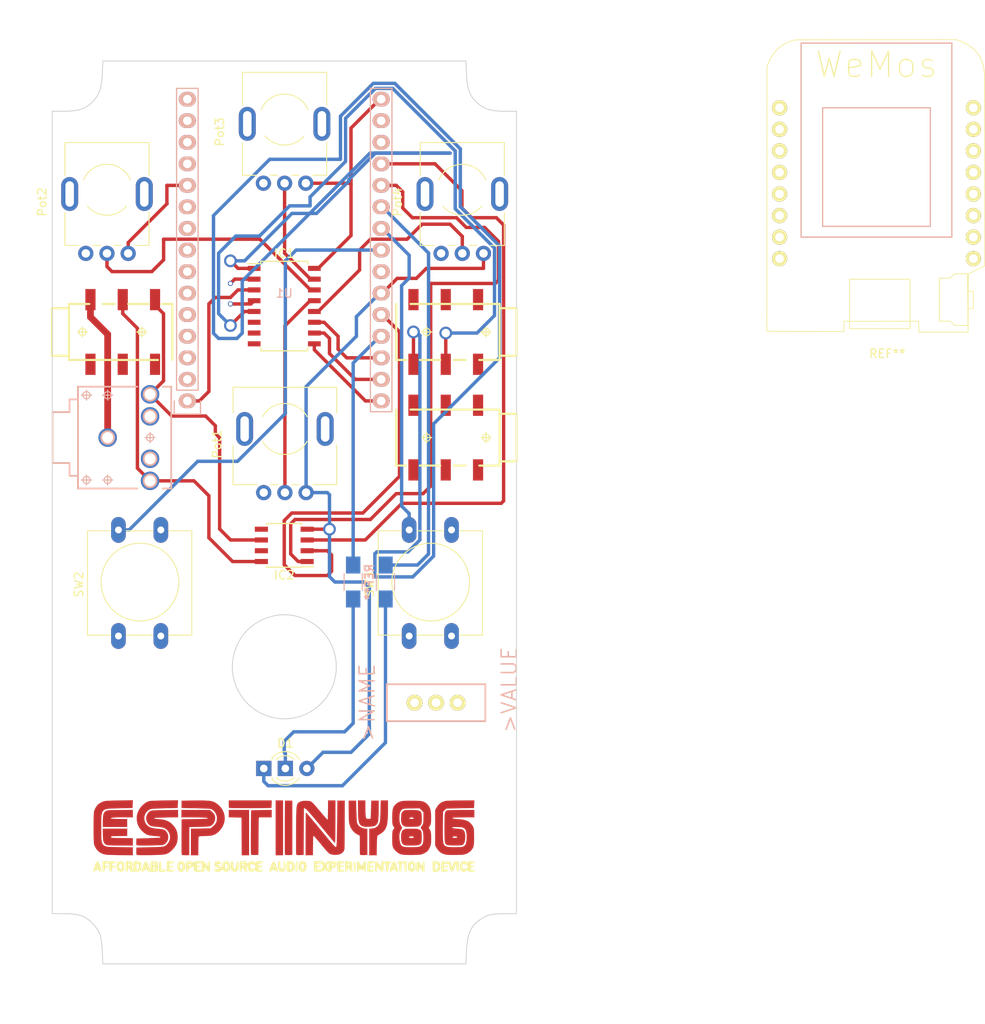
<source format=kicad_pcb>
(kicad_pcb (version 4) (host pcbnew 4.0.7-e0-6372~58~ubuntu16.04.1)
  (layers (0 F.Cu signal) (31 B.Cu signal) (34 B.Paste user) (35 F.Paste user) (36 B.SilkS user) (37 F.SilkS user) (38 B.Mask user) (39 F.Mask user) (44 Edge.Cuts user))
  (net 0 "")
  (net 1 +3V3)
  (net 2 CV1)
  (net 3 "Net-(IC1-Pad3)")
  (net 4 CV2)
  (net 5 GND)
  (net 6 "Net-(IC1-Pad9)")
  (net 7 "Net-(IC1-Pad10)")
  (net 8 "Net-(IC1-Pad11)")
  (net 9 Pot4)
  (net 10 Pot1)
  (net 11 Pot2)
  (net 12 Pot3)
  (net 13 "Net-(IC2-Pad1)")
  (net 14 "Net-(IC2-Pad2)")
  (net 15 Button1)
  (net 16 Button2)
  (net 17 L-Out)
  (net 18 R-Out)
  (net 19 /PDS)
  (module 8BitMixtape_Stomp:Loch_ESP (layer F.Cu) (at 67.31 57.912)
    (fp_text reference "" (at 0 2.54) (layer F.SilkS))
    (fp_text value "")
    (pad 1 thru_hole circle (at 0 0) (size 1.5 1.5) (drill 1) (layers *.Cu *.Mask))
  )
  (module 8BitMixtape_Stomp:Loch_ESP (layer F.Cu) (at 71.12 58.039)
    (fp_text reference "" (at 0 2.54) (layer F.SilkS))
    (fp_text value "")
    (pad 1 thru_hole circle (at 0 0) (size 1.5 1.5) (drill 1) (layers *.Cu *.Mask))
  )
  (module 8BitMixtape_Stomp:Loch_ESP (layer F.Cu) (at 45.72 57.15)
    (fp_text reference "" (at 0 2.54) (layer F.SilkS))
    (fp_text value "")
    (pad 1 thru_hole circle (at 0 0) (size 1.5 1.5) (drill 1) (layers *.Cu *.Mask))
  )
  (module 8BitMixtape_Stomp:Loch_ESP (layer F.Cu) (at 45.72 49.53)
    (fp_text reference "" (at 0 2.54) (layer F.SilkS))
    (fp_text value "")
    (pad 1 thru_hole circle (at 0 0) (size 1.5 1.5) (drill 1) (layers *.Cu *.Mask))
  )
  (module 8BitMixtape_Stomp:Stomp_LED-Ring_DUAL (layer F.Cu) (at 49.657 109.347)
    (fp_text reference D1 (at 2.54 -2.96) (layer F.SilkS))
    (fp_text value LED_Dual_CCA)
    (pad 1 thru_hole rect (at 0 0) (size 1.8 1.8) (drill 0.9) (layers *.Cu *.Mask))
    (pad 2 thru_hole rect (at 2.54 0) (size 1.8 1.8) (drill 0.9) (layers *.Cu *.Mask))
    (pad 3 thru_hole circle (at 5.08 0) (size 1.8 1.8) (drill 0.9) (layers *.Cu *.Mask) (net 1 +3V3))
  )
  (module Housings_SOIC:SOIC-8_3.9x4.9mm_Pitch1.27mm (layer F.Cu) (at 52.07 83.058 180)
    (fp_text reference IC2 (at 0 -3.5 180) (layer F.SilkS))
    (fp_text value DAC7513_DCN)
    (pad 1 smd rect (at -2.7 -1.905 180) (size 1.55 0.6) (layers F.Cu F.Paste F.Mask) (net 13 "Net-(IC2-Pad1)"))
    (pad 2 smd rect (at -2.7 -0.635 180) (size 1.55 0.6) (layers F.Cu F.Paste F.Mask) (net 14 "Net-(IC2-Pad2)"))
    (pad 3 smd rect (at -2.7 0.635 180) (size 1.55 0.6) (layers F.Cu F.Paste F.Mask) (net 19 /PDS))
    (pad 4 smd rect (at -2.7 1.905 180) (size 1.55 0.6) (layers F.Cu F.Paste F.Mask) (net 1 +3V3))
    (pad 5 smd rect (at 2.7 1.905 180) (size 1.55 0.6) (layers F.Cu F.Paste F.Mask) (net 5 GND))
    (pad 6 smd rect (at 2.7 0.635 180) (size 1.55 0.6) (layers F.Cu F.Paste F.Mask) (net 17 L-Out))
    (pad 7 smd rect (at 2.7 -0.635 180) (size 1.55 0.6) (layers F.Cu F.Paste F.Mask))
    (pad 8 smd rect (at 2.7 -1.905 180) (size 1.55 0.6) (layers F.Cu F.Paste F.Mask) (net 18 R-Out))
  )
  (module Resistors_SMD:R_1206_HandSoldering (layer B.Cu) (at 64.008 87.376 270)
    (fp_text reference REF** (at 0 1.85 270) (layer B.SilkS) (effects (justify mirror)))
    (fp_text value R_1206_HandSoldering)
    (pad 1 smd rect (at -2 0 270) (size 2 1.7) (layers B.Cu B.Paste B.Mask))
    (pad 2 smd rect (at 2 0 270) (size 2 1.7) (layers B.Cu B.Paste B.Mask))
  )
  (module 8BitMixtape_Stomp:Mixtape_Pot_Alps_RK09K_Horizontal (layer F.Cu) (at 33.66 48.656 90)
    (fp_text reference Pot2 (at 6.05 -10.15 90) (layer F.SilkS))
    (fp_text value 10k)
    (pad 3 thru_hole circle (at 0 -5 90) (size 1.8 1.8) (drill 1) (layers *.Cu *.Mask) (net 5 GND))
    (pad 2 thru_hole circle (at 0 -2.5 90) (size 1.8 1.8) (drill 1) (layers *.Cu *.Mask) (net 11 Pot2))
    (pad 1 thru_hole circle (at 0 0 90) (size 1.8 1.8) (drill 1) (layers *.Cu *.Mask) (net 1 +3V3))
    (pad "" np_thru_hole oval (at 7 -6.9 90) (size 4 2) (drill oval 3 1) (layers *.Cu *.Mask))
    (pad "" np_thru_hole oval (at 7 1.9 90) (size 4 2) (drill oval 3 1) (layers *.Cu *.Mask))
  )
  (module 8BitMixtape_DIY-CAD:AUDIO-Jack_3.5mm_5Pin (layer B.Cu) (at 31.242 70.358)
    (fp_text reference Jack1)
    (fp_text value JACK_TRS_6PINS)
    (pad 3 thru_hole circle (at 4.99872 5.09778) (size 2.18186 2.18186) (drill 1.29794) (layers *.Cu *.Mask) (net 18 R-Out))
    (pad 6 thru_hole circle (at 4.99872 2.49936) (size 2.18186 2.18186) (drill 1.29794) (layers *.Cu *.Mask))
    (pad 1 thru_hole circle (at 0 0) (size 2.18186 2.18186) (drill 1.29794) (layers *.Cu *.Mask) (net 5 GND))
    (pad 2 thru_hole circle (at 4.99872 -5.09778) (size 2.18186 2.18186) (drill 1.29794) (layers *.Cu *.Mask) (net 17 L-Out))
    (pad 5 thru_hole circle (at 4.99872 -2.49936) (size 2.18186 2.18186) (drill 1.29794) (layers *.Cu *.Mask))
  )
  (module 8BitMixtape_DIY-CAD:AUDIO-JACK-3.5mm_SMD (layer F.Cu) (at 77.47 70.358 180)
    (fp_text reference Jack2)
    (fp_text value JACK_TRS_6PINS)
    (pad 1 smd rect (at 2.54 -3.81 180) (size 1.19888 2.49936) (layers F.Cu F.Paste F.Mask) (net 5 GND))
    (pad 3 smd rect (at 6.35 -3.81 180) (size 1.19888 2.49936) (layers F.Cu F.Paste F.Mask))
    (pad 2 smd rect (at 10.16 -3.81 180) (size 1.19888 2.49936) (layers F.Cu F.Paste F.Mask))
    (pad R smd rect (at 6.35 3.81 180) (size 1.19888 2.49936) (layers F.Cu F.Paste F.Mask))
    (pad S smd rect (at 2.54 3.81 180) (size 1.19888 2.49936) (layers F.Cu F.Paste F.Mask))
    (pad T smd rect (at 10.16 3.81 180) (size 1.19888 2.49936) (layers F.Cu F.Paste F.Mask))
  )
  (module 8BitMixtape_DIY-CAD:AUDIO-JACK-3.5mm_SMD (layer F.Cu) (at 77.47 57.912 180)
    (fp_text reference Jack3)
    (fp_text value JACK_TRS_6PINS)
    (pad 1 smd rect (at 2.54 -3.81 180) (size 1.19888 2.49936) (layers F.Cu F.Paste F.Mask) (net 5 GND))
    (pad 3 smd rect (at 6.35 -3.81 180) (size 1.19888 2.49936) (layers F.Cu F.Paste F.Mask) (net 4 CV2))
    (pad 2 smd rect (at 10.16 -3.81 180) (size 1.19888 2.49936) (layers F.Cu F.Paste F.Mask) (net 2 CV1))
    (pad R smd rect (at 6.35 3.81 180) (size 1.19888 2.49936) (layers F.Cu F.Paste F.Mask))
    (pad S smd rect (at 2.54 3.81 180) (size 1.19888 2.49936) (layers F.Cu F.Paste F.Mask))
    (pad T smd rect (at 10.16 3.81 180) (size 1.19888 2.49936) (layers F.Cu F.Paste F.Mask))
  )
  (module 8BitMixtape_Stomp:Mixtape_Pot_Alps_RK09L_Sleve_Single_Horizontal (layer F.Cu) (at 54.646 76.842 90)
    (fp_text reference Pot1 (at 5.725 -10.5 90) (layer F.SilkS))
    (fp_text value 10k_big)
    (pad 3 thru_hole circle (at 0 -5 90) (size 1.8 1.8) (drill 1) (layers *.Cu *.Mask) (net 5 GND))
    (pad 2 thru_hole circle (at 0 -2.5 90) (size 1.8 1.8) (drill 1) (layers *.Cu *.Mask) (net 10 Pot1))
    (pad 1 thru_hole circle (at 0 0 90) (size 1.8 1.8) (drill 1) (layers *.Cu *.Mask) (net 1 +3V3))
    (pad "" np_thru_hole oval (at 7.5 -7.25 90) (size 4 2) (drill oval 3 1) (layers *.Cu *.Mask))
    (pad "" np_thru_hole oval (at 7.5 2.25 90) (size 4 2) (drill oval 3 1) (layers *.Cu *.Mask))
  )
  (module 8BitMixtape_Stomp:Mixtape_Pot_Alps_RK09K_Horizontal (layer F.Cu) (at 54.61 40.386 90)
    (fp_text reference Pot3 (at 6.05 -10.15 90) (layer F.SilkS))
    (fp_text value 10k)
    (pad 3 thru_hole circle (at 0 -5 90) (size 1.8 1.8) (drill 1) (layers *.Cu *.Mask) (net 5 GND))
    (pad 2 thru_hole circle (at 0 -2.5 90) (size 1.8 1.8) (drill 1) (layers *.Cu *.Mask) (net 12 Pot3))
    (pad 1 thru_hole circle (at 0 0 90) (size 1.8 1.8) (drill 1) (layers *.Cu *.Mask) (net 1 +3V3))
    (pad "" np_thru_hole oval (at 7 -6.9 90) (size 4 2) (drill oval 3 1) (layers *.Cu *.Mask))
    (pad "" np_thru_hole oval (at 7 1.9 90) (size 4 2) (drill oval 3 1) (layers *.Cu *.Mask))
  )
  (module 8BitMixtape_Stomp:Mixtape_Pot_Alps_RK09K_Horizontal (layer F.Cu) (at 75.57 48.656 90)
    (fp_text reference Pot4 (at 6.05 -10.15 90) (layer F.SilkS))
    (fp_text value 10k)
    (pad 3 thru_hole circle (at 0 -5 90) (size 1.8 1.8) (drill 1) (layers *.Cu *.Mask) (net 5 GND))
    (pad 2 thru_hole circle (at 0 -2.5 90) (size 1.8 1.8) (drill 1) (layers *.Cu *.Mask) (net 9 Pot4))
    (pad 1 thru_hole circle (at 0 0 90) (size 1.8 1.8) (drill 1) (layers *.Cu *.Mask) (net 1 +3V3))
    (pad "" np_thru_hole oval (at 7 -6.9 90) (size 4 2) (drill oval 3 1) (layers *.Cu *.Mask))
    (pad "" np_thru_hole oval (at 7 1.9 90) (size 4 2) (drill oval 3 1) (layers *.Cu *.Mask))
  )
  (module 8BitMixtape_Stomp:SW_PUSH-12mm_3D (layer F.Cu) (at 35.052 87.376 90)
    (fp_text reference SW2 (at -0.2827 -7.2 90) (layer F.SilkS))
    (fp_text value SW_Push)
    (pad 1 thru_hole oval (at 6.1373 -2.54 90) (size 3.048 1.7272) (drill 0.8128) (layers *.Cu *.Mask) (net 15 Button1))
    (pad 2 thru_hole oval (at 6.1373 2.46 90) (size 3.048 1.7272) (drill 0.8128) (layers *.Cu *.Mask) (net 5 GND))
    (pad 1 thru_hole oval (at -6.3627 -2.54 90) (size 3.048 1.7272) (drill 0.8128) (layers *.Cu *.Mask) (net 15 Button1))
    (pad 2 thru_hole oval (at -6.3627 2.46 90) (size 3.048 1.7272) (drill 0.8128) (layers *.Cu *.Mask) (net 5 GND))
  )
  (module 8BitMixtape_Stomp:SW_PUSH-12mm_3D (layer F.Cu) (at 69.342 87.376 90)
    (fp_text reference SW3 (at -0.2827 -7.2 90) (layer F.SilkS))
    (fp_text value SW_Push)
    (pad 1 thru_hole oval (at 6.1373 -2.54 90) (size 3.048 1.7272) (drill 0.8128) (layers *.Cu *.Mask) (net 16 Button2))
    (pad 2 thru_hole oval (at 6.1373 2.46 90) (size 3.048 1.7272) (drill 0.8128) (layers *.Cu *.Mask) (net 5 GND))
    (pad 1 thru_hole oval (at -6.3627 -2.54 90) (size 3.048 1.7272) (drill 0.8128) (layers *.Cu *.Mask) (net 16 Button2))
    (pad 2 thru_hole oval (at -6.3627 2.46 90) (size 3.048 1.7272) (drill 0.8128) (layers *.Cu *.Mask) (net 5 GND))
  )
  (module SparkFun-Electromechanical:SWITCH-SPDT (layer F.Cu) (at 69.977 101.6 90)
    (fp_text reference >NAME (at 0 -8.128 90) (layer B.SilkS) (effects (font (size 1.778 1.778) (thickness 0.1778))))
    (fp_text value >VALUE (at 1.524 8.636 90) (layer B.SilkS) (effects (font (size 1.778 1.778) (thickness 0.1778))))
    (pad 1 thru_hole circle (at 0 -2.54 90) (size 1.8796 1.8796) (drill 1.016) (layers *.Cu F.Paste F.SilkS F.Mask))
    (pad 2 thru_hole circle (at 0 0 90) (size 1.8796 1.8796) (drill 1.016) (layers *.Cu F.Paste F.SilkS F.Mask))
    (pad 3 thru_hole circle (at 0 2.54 90) (size 1.8796 1.8796) (drill 1.016) (layers *.Cu F.Paste F.SilkS F.Mask))
  )
  (module Housings_SOIC:SOIC-16W_5.3x10.2mm_Pitch1.27mm (layer F.Cu) (at 52.07 54.864)
    (fp_text reference IC1 (at 0 -6.2) (layer F.SilkS))
    (fp_text value 4051)
    (pad 1 smd rect (at -3.55 -4.445) (size 1.5 0.6) (layers F.Cu F.Paste F.Mask) (net 2 CV1))
    (pad 2 smd rect (at -3.55 -3.175) (size 1.5 0.6) (layers F.Cu F.Paste F.Mask))
    (pad 3 smd rect (at -3.55 -1.905) (size 1.5 0.6) (layers F.Cu F.Paste F.Mask) (net 3 "Net-(IC1-Pad3)"))
    (pad 4 smd rect (at -3.55 -0.635) (size 1.5 0.6) (layers F.Cu F.Paste F.Mask))
    (pad 5 smd rect (at -3.55 0.635) (size 1.5 0.6) (layers F.Cu F.Paste F.Mask) (net 4 CV2))
    (pad 6 smd rect (at -3.55 1.905) (size 1.5 0.6) (layers F.Cu F.Paste F.Mask) (net 5 GND))
    (pad 7 smd rect (at -3.55 3.175) (size 1.5 0.6) (layers F.Cu F.Paste F.Mask) (net 5 GND))
    (pad 8 smd rect (at -3.55 4.445) (size 1.5 0.6) (layers F.Cu F.Paste F.Mask) (net 5 GND))
    (pad 9 smd rect (at 3.55 4.445) (size 1.5 0.6) (layers F.Cu F.Paste F.Mask) (net 6 "Net-(IC1-Pad9)"))
    (pad 10 smd rect (at 3.55 3.175) (size 1.5 0.6) (layers F.Cu F.Paste F.Mask) (net 7 "Net-(IC1-Pad10)"))
    (pad 11 smd rect (at 3.55 1.905) (size 1.5 0.6) (layers F.Cu F.Paste F.Mask) (net 8 "Net-(IC1-Pad11)"))
    (pad 12 smd rect (at 3.55 0.635) (size 1.5 0.6) (layers F.Cu F.Paste F.Mask) (net 9 Pot4))
    (pad 13 smd rect (at 3.55 -0.635) (size 1.5 0.6) (layers F.Cu F.Paste F.Mask) (net 10 Pot1))
    (pad 14 smd rect (at 3.55 -1.905) (size 1.5 0.6) (layers F.Cu F.Paste F.Mask) (net 11 Pot2))
    (pad 15 smd rect (at 3.55 -3.175) (size 1.5 0.6) (layers F.Cu F.Paste F.Mask) (net 12 Pot3))
    (pad 16 smd rect (at 3.55 -4.445) (size 1.5 0.6) (layers F.Cu F.Paste F.Mask) (net 1 +3V3))
  )
  (module Resistors_SMD:R_1206_HandSoldering (layer B.Cu) (at 60.198 87.376 90)
    (fp_text reference REF** (at 0 1.85 90) (layer B.SilkS) (effects (justify mirror)))
    (fp_text value R_1206_HandSoldering)
    (pad 1 smd rect (at -2 0 90) (size 2 1.7) (layers B.Cu B.Paste B.Mask))
    (pad 2 smd rect (at 2 0 90) (size 2 1.7) (layers B.Cu B.Paste B.Mask))
  )
  (module 8BitMixtape_Stomp:Loch_ESP (layer F.Cu) (at 57.404 81.153)
    (fp_text reference "" (at 0 2.54) (layer F.SilkS))
    (fp_text value "")
    (pad 1 thru_hole circle (at 0 0) (size 1.5 1.5) (drill 1) (layers *.Cu *.Mask))
  )
  (module 8BitMixtape_DIY-CAD:AUDIO-JACK-3.5mm_SMD (layer F.Cu) (at 26.67 57.912)
    (fp_text reference Jack1)
    (fp_text value JACK_TRS_6PINS)
    (pad 1 smd rect (at 2.54 -3.81) (size 1.19888 2.49936) (layers F.Cu F.Paste F.Mask) (net 5 GND))
    (pad 3 smd rect (at 6.35 -3.81) (size 1.19888 2.49936) (layers F.Cu F.Paste F.Mask) (net 18 R-Out))
    (pad 2 smd rect (at 10.16 -3.81) (size 1.19888 2.49936) (layers F.Cu F.Paste F.Mask) (net 17 L-Out))
    (pad R smd rect (at 6.35 3.81) (size 1.19888 2.49936) (layers F.Cu F.Paste F.Mask))
    (pad S smd rect (at 2.54 3.81) (size 1.19888 2.49936) (layers F.Cu F.Paste F.Mask))
    (pad T smd rect (at 10.16 3.81) (size 1.19888 2.49936) (layers F.Cu F.Paste F.Mask))
  )
  (module 8BitMixtape_Stomp:NodeMCU_Amica_R2 (layer B.Cu) (at 40.64 66.04)
    (fp_text reference U1 (at 11.43 -12.68) (layer B.SilkS) (effects (justify mirror)))
    (fp_text value "NodeMCU_1.0_(ESP-12E)")
    (pad 1 thru_hole oval (at 0 0) (size 2.032 1.7272) (drill 1.016) (layers *.Cu *.Mask B.SilkS) (net 3 "Net-(IC1-Pad3)"))
    (pad 2 thru_hole oval (at 0 -2.54) (size 2.032 1.7272) (drill 1.016) (layers *.Cu *.Mask B.SilkS))
    (pad 3 thru_hole oval (at 0 -5.08) (size 2.032 1.7272) (drill 1.016) (layers *.Cu *.Mask B.SilkS))
    (pad 4 thru_hole oval (at 0 -7.62) (size 2.032 1.7272) (drill 1.016) (layers *.Cu *.Mask B.SilkS))
    (pad 5 thru_hole oval (at 0 -10.16) (size 2.032 1.7272) (drill 1.016) (layers *.Cu *.Mask B.SilkS))
    (pad 6 thru_hole oval (at 0 -12.7) (size 2.032 1.7272) (drill 1.016) (layers *.Cu *.Mask B.SilkS))
    (pad 7 thru_hole oval (at 0 -15.24) (size 2.032 1.7272) (drill 1.016) (layers *.Cu *.Mask B.SilkS))
    (pad 8 thru_hole oval (at 0 -17.78) (size 2.032 1.7272) (drill 1.016) (layers *.Cu *.Mask B.SilkS))
    (pad 9 thru_hole oval (at 0 -20.32) (size 2.032 1.7272) (drill 1.016) (layers *.Cu *.Mask B.SilkS))
    (pad 10 thru_hole oval (at 0 -22.86) (size 2.032 1.7272) (drill 1.016) (layers *.Cu *.Mask B.SilkS) (net 5 GND))
    (pad 11 thru_hole oval (at 0 -25.4) (size 2.032 1.7272) (drill 1.016) (layers *.Cu *.Mask B.SilkS) (net 1 +3V3))
    (pad 12 thru_hole oval (at 0 -27.94) (size 2.032 1.7272) (drill 1.016) (layers *.Cu *.Mask B.SilkS))
    (pad 13 thru_hole oval (at 0 -30.48) (size 2.032 1.7272) (drill 1.016) (layers *.Cu *.Mask B.SilkS))
    (pad 14 thru_hole oval (at 0 -33.02) (size 2.032 1.7272) (drill 1.016) (layers *.Cu *.Mask B.SilkS) (net 5 GND))
    (pad 15 thru_hole oval (at 0 -35.56) (size 2.032 1.7272) (drill 1.016) (layers *.Cu *.Mask B.SilkS))
    (pad 30 thru_hole oval (at 22.86 0) (size 2.032 1.7272) (drill 1.016) (layers *.Cu *.Mask B.SilkS) (net 6 "Net-(IC1-Pad9)"))
    (pad 18 thru_hole oval (at 22.86 -30.48) (size 2.032 1.7272) (drill 1.016) (layers *.Cu *.Mask B.SilkS))
    (pad 17 thru_hole oval (at 22.86 -33.02) (size 2.032 1.7272) (drill 1.016) (layers *.Cu *.Mask B.SilkS) (net 5 GND))
    (pad 19 thru_hole oval (at 22.86 -27.94) (size 2.032 1.7272) (drill 1.016) (layers *.Cu *.Mask B.SilkS) (net 19 /PDS))
    (pad 25 thru_hole oval (at 22.86 -12.7) (size 2.032 1.7272) (drill 1.016) (layers *.Cu *.Mask B.SilkS) (net 1 +3V3))
    (pad 26 thru_hole oval (at 22.86 -10.16) (size 2.032 1.7272) (drill 1.016) (layers *.Cu *.Mask B.SilkS) (net 14 "Net-(IC2-Pad2)"))
    (pad 24 thru_hole oval (at 22.86 -15.24) (size 2.032 1.7272) (drill 1.016) (layers *.Cu *.Mask B.SilkS) (net 5 GND))
    (pad 16 thru_hole oval (at 22.86 -35.56) (size 2.032 1.7272) (drill 1.016) (layers *.Cu *.Mask B.SilkS) (net 1 +3V3))
    (pad 22 thru_hole oval (at 22.86 -20.32) (size 2.032 1.7272) (drill 1.016) (layers *.Cu *.Mask B.SilkS) (net 16 Button2))
    (pad 23 thru_hole oval (at 22.86 -17.78) (size 2.032 1.7272) (drill 1.016) (layers *.Cu *.Mask B.SilkS) (net 15 Button1))
    (pad 21 thru_hole oval (at 22.86 -22.86) (size 2.032 1.7272) (drill 1.016) (layers *.Cu *.Mask B.SilkS))
    (pad 20 thru_hole oval (at 22.86 -25.4) (size 2.032 1.7272) (drill 1.016) (layers *.Cu *.Mask B.SilkS) (net 13 "Net-(IC2-Pad1)"))
    (pad 28 thru_hole oval (at 22.86 -5.08) (size 2.032 1.7272) (drill 1.016) (layers *.Cu *.Mask B.SilkS) (net 8 "Net-(IC1-Pad11)"))
    (pad 27 thru_hole oval (at 22.86 -7.62) (size 2.032 1.7272) (drill 1.016) (layers *.Cu *.Mask B.SilkS))
    (pad 29 thru_hole oval (at 22.86 -2.54) (size 2.032 1.7272) (drill 1.016) (layers *.Cu *.Mask B.SilkS) (net 7 "Net-(IC1-Pad10)"))
    (pad "" np_thru_hole circle (at 22 4.25) (size 3.2 3.2) (drill 3.2) (layers *.Cu *.Mask))
    (pad "" np_thru_hole circle (at 0.75 4.25) (size 3.2 3.2) (drill 3.2) (layers *.Cu *.Mask))
  )
  (module 8BitMixtape_Stomp:ESPTINY_logo (layer F.Cu) (at 78.74 72.39)
    (fp_text reference "" (at 0 0) (layer F.SilkS))
    (fp_text value "" (at 0 0) (layer F.SilkS))
    (fp_poly (pts (xy -44.54548 41.151006) (xy -44.550238 41.284602) (xy -44.554869 41.403078) (xy -44.559097 41.500203) (xy -44.562644 41.569744) (xy -44.565232 41.605469) (xy -44.56588 41.608858) (xy -44.587344 41.610345) (xy -44.647541 41.61267) (xy -44.742882 41.615736) (xy -44.869775 41.619444) (xy -45.024631 41.623697) (xy -45.20386 41.628397) (xy -45.403873 41.633445) (xy -45.621078 41.638744) (xy -45.851886 41.644194) (xy -45.902164 41.645359) (xy -46.141577 41.651175) (xy -46.372946 41.657353) (xy -46.592025 41.663743) (xy -46.794571 41.670196) (xy -46.976339 41.676563) (xy -47.133083 41.682694) (xy -47.260559 41.68844) (xy -47.354522 41.693652) (xy -47.410727 41.698181) (xy -47.413333 41.698493) (xy -47.614778 41.731356) (xy -47.779309 41.77669) (xy -47.911232 41.83732) (xy -48.014854 41.91607) (xy -48.094479 42.015765) (xy -48.154414 42.139228) (xy -48.174384 42.197661) (xy -48.192128 42.261531) (xy -48.207416 42.332154) (xy -48.220382 42.412752) (xy -48.231158 42.506546) (xy -48.239879 42.616757) (xy -48.246677 42.746608) (xy -48.251686 42.899318) (xy -48.255039 43.07811) (xy -48.256869 43.286204) (xy -48.25731 43.526823) (xy -48.256496 43.803187) (xy -48.254558 44.118518) (xy -48.254456 44.1325) (xy -48.252336 44.403367) (xy -48.25021 44.635398) (xy -48.247966 44.832089) (xy -48.245491 44.996936) (xy -48.242675 45.133436) (xy -48.239405 45.245086) (xy -48.235569 45.335382) (xy -48.231055 45.40782) (xy -48.225752 45.465898) (xy -48.219547 45.513112) (xy -48.212329 45.552959) (xy -48.208433 45.570659) (xy -48.159328 45.736923) (xy -48.094118 45.871436) (xy -48.00831 45.977976) (xy -47.897409 46.06032) (xy -47.756923 46.122246) (xy -47.582356 46.167533) (xy -47.476833 46.185729) (xy -47.424174 46.190782) (xy -47.333721 46.196194) (xy -47.210012 46.201852) (xy -47.057585 46.207644) (xy -46.880977 46.213459) (xy -46.684724 46.219185) (xy -46.473366 46.22471) (xy -46.251439 46.229923) (xy -46.02348 46.234711) (xy -45.794027 46.238963) (xy -45.567618 46.242566) (xy -45.348789 46.245411) (xy -45.142078 46.247384) (xy -44.952023 46.248374) (xy -44.931541 46.248419) (xy -44.534666 46.249167) (xy -44.534666 47.1805) (xy -45.090291 47.176835) (xy -45.244865 47.175563) (xy -45.432365 47.17361) (xy -45.643396 47.171099) (xy -45.868558 47.16815) (xy -46.098454 47.164886) (xy -46.323686 47.161429) (xy -46.492583 47.158635) (xy -46.686694 47.155004) (xy -46.875002 47.150921) (xy -47.05158 47.146554) (xy -47.2105 47.142072) (xy -47.345837 47.137646) (xy -47.451663 47.133442) (xy -47.522052 47.129631) (xy -47.52975 47.12906) (xy -47.817131 47.08924) (xy -48.078745 47.017445) (xy -48.313671 46.914127) (xy -48.520989 46.779738) (xy -48.69978 46.61473) (xy -48.784087 46.513124) (xy -48.878979 46.373214) (xy -48.967092 46.217128) (xy -49.040917 46.059575) (xy -49.09294 45.915265) (xy -49.097257 45.899917) (xy -49.108725 45.835103) (xy -49.119038 45.732129) (xy -49.128194 45.595095) (xy -49.136191 45.428098) (xy -49.14303 45.235237) (xy -49.148708 45.020611) (xy -49.153225 44.788319) (xy -49.156579 44.542458) (xy -49.15877 44.287128) (xy -49.159796 44.026426) (xy -49.159655 43.764452) (xy -49.158348 43.505304) (xy -49.155873 43.25308) (xy -49.152228 43.01188) (xy -49.147413 42.785801) (xy -49.141426 42.578943) (xy -49.134266 42.395403) (xy -49.125933 42.23928) (xy -49.116424 42.114673) (xy -49.10574 42.02568) (xy -49.098339 41.98951) (xy -49.039172 41.820737) (xy -48.955265 41.645896) (xy -48.853393 41.475806) (xy -48.740332 41.321288) (xy -48.622856 41.193162) (xy -48.5713 41.147763) (xy -48.462268 41.069816) (xy -48.329596 40.990816) (xy -48.187417 40.91803) (xy -48.049866 40.858725) (xy -47.937047 40.821668) (xy -47.847582 40.803617) (xy -47.727511 40.787765) (xy -47.574977 40.773999) (xy -47.388125 40.762209) (xy -47.165099 40.752284) (xy -46.904043 40.744113) (xy -46.603102 40.737585) (xy -46.503166 40.735905) (xy -46.292743 40.732481) (xy -46.061727 40.728551) (xy -45.822347 40.724333) (xy -45.58683 40.720048) (xy -45.367403 40.715915) (xy -45.176294 40.712153) (xy -45.151513 40.711648) (xy -44.53011 40.698929) (xy -44.54548 41.151006)) (layer F.Cu) (width 0.01))
    (fp_poly (pts (xy -39.200666 42.714334) (xy -39.534041 42.714887) (xy -39.691509 42.715727) (xy -39.870392 42.717677) (xy -40.065681 42.720602) (xy -40.272367 42.724368) (xy -40.485443 42.728839) (xy -40.699901 42.73388) (xy -40.91073 42.739358) (xy -41.112923 42.745137) (xy -41.301472 42.751083) (xy -41.471368 42.75706) (xy -41.617603 42.762934) (xy -41.735167 42.768571) (xy -41.819053 42.773835) (xy -41.856044 42.777353) (xy -41.961832 42.794019) (xy -42.025909 42.811562) (xy -42.048895 42.830334) (xy -42.031411 42.850687) (xy -42.005607 42.862364) (xy -41.984136 42.869432) (xy -41.95588 42.876069) (xy -41.916214 42.882804) (xy -41.860515 42.890165) (xy -41.784159 42.898679) (xy -41.682521 42.908876) (xy -41.550979 42.921283) (xy -41.384908 42.936429) (xy -41.255321 42.948076) (xy -40.941147 42.991522) (xy -40.656805 43.062767) (xy -40.403247 43.161508) (xy -40.181423 43.287445) (xy -40.179749 43.288582) (xy -40.047096 43.391054) (xy -39.906041 43.52112) (xy -39.766105 43.668325) (xy -39.636806 43.822213) (xy -39.527666 43.972329) (xy -39.467907 44.07039) (xy -39.362419 44.305504) (xy -39.289919 44.566162) (xy -39.250723 44.850991) (xy -39.243249 45.05325) (xy -39.255165 45.325084) (xy -39.292727 45.570634) (xy -39.35866 45.796192) (xy -39.45569 46.008052) (xy -39.586539 46.212506) (xy -39.753934 46.415846) (xy -39.89725 46.563761) (xy -40.037086 46.695779) (xy -40.16525 46.804904) (xy -40.288061 46.893545) (xy -40.411843 46.964113) (xy -40.542916 47.019021) (xy -40.687603 47.060678) (xy -40.852223 47.091495) (xy -41.043099 47.113884) (xy -41.266552 47.130255) (xy -41.401216 47.137357) (xy -41.535958 47.14285) (xy -41.698981 47.147952) (xy -41.884746 47.152608) (xy -42.087715 47.156767) (xy -42.302351 47.160375) (xy -42.523114 47.163381) (xy -42.744468 47.165732) (xy -42.960873 47.167374) (xy -43.166793 47.168256) (xy -43.356688 47.168325) (xy -43.52502 47.167527) (xy -43.666252 47.165812) (xy -43.774846 47.163125) (xy -43.831429 47.160448) (xy -43.92758 47.154164) (xy -43.999844 47.146035) (xy -44.05155 47.130578) (xy -44.086028 47.102312) (xy -44.106608 47.055754) (xy -44.11662 46.985423) (xy -44.119393 46.885835) (xy -44.118256 46.75151) (xy -44.117484 46.689477) (xy -44.115184 46.566023) (xy -44.111502 46.457381) (xy -44.106812 46.370566) (xy -44.101484 46.312589) (xy -44.096317 46.290727) (xy -44.072649 46.287524) (xy -44.01046 46.283698) (xy -43.913554 46.27937) (xy -43.785737 46.274665) (xy -43.630813 46.269705) (xy -43.452587 46.264614) (xy -43.254865 46.259516) (xy -43.041451 46.254534) (xy -42.8625 46.250725) (xy -42.518376 46.243546) (xy -42.213743 46.236585) (xy -41.945764 46.229397) (xy -41.711602 46.221537) (xy -41.50842 46.212558) (xy -41.333381 46.202015) (xy -41.183648 46.189462) (xy -41.056383 46.174454) (xy -40.94875 46.156546) (xy -40.857912 46.135291) (xy -40.781032 46.110244) (xy -40.715272 46.08096) (xy -40.657796 46.046992) (xy -40.605766 46.007896) (xy -40.556346 45.963225) (xy -40.506698 45.912534) (xy -40.472176 45.87529) (xy -40.344507 45.709473) (xy -40.243386 45.523253) (xy -40.172785 45.326375) (xy -40.136674 45.128579) (xy -40.132735 45.042667) (xy -40.153351 44.832025) (xy -40.213028 44.62849) (xy -40.308513 44.43798) (xy -40.436551 44.266413) (xy -40.593886 44.119705) (xy -40.670223 44.065421) (xy -40.754239 44.015281) (xy -40.842179 43.973315) (xy -40.939625 43.938263) (xy -41.052158 43.908865) (xy -41.18536 43.883862) (xy -41.344812 43.861992) (xy -41.536095 43.841996) (xy -41.735451 43.824928) (xy -41.938773 43.807496) (xy -42.105545 43.789334) (xy -42.241524 43.768297) (xy -42.352471 43.74224) (xy -42.444144 43.709017) (xy -42.522301 43.666482) (xy -42.592702 43.61249) (xy -42.661106 43.544896) (xy -42.733271 43.461553) (xy -42.743211 43.44947) (xy -42.84756 43.289544) (xy -42.917759 43.109349) (xy -42.951868 42.916093) (xy -42.947945 42.716982) (xy -42.945583 42.698459) (xy -42.908874 42.541616) (xy -42.845065 42.388089) (xy -42.759548 42.245235) (xy -42.657717 42.120413) (xy -42.544965 42.020983) (xy -42.426684 41.954302) (xy -42.391069 41.941826) (xy -42.337971 41.92942) (xy -42.264515 41.918205) (xy -42.168475 41.908089) (xy -42.047622 41.898975) (xy -41.899729 41.890769) (xy -41.722569 41.883377) (xy -41.513915 41.876704) (xy -41.271538 41.870656) (xy -40.993213 41.865137) (xy -40.67671 41.860052) (xy -40.370125 41.855929) (xy -39.200666 41.841351) (xy -39.200666 42.714334)) (layer F.Cu) (width 0.01))
    (fp_poly (pts (xy -35.323739 41.950016) (xy -35.194938 42.05723) (xy -35.07817 42.172955) (xy -34.980397 42.289222) (xy -34.908581 42.398059) (xy -34.880489 42.457411) (xy -34.831585 42.641961) (xy -34.819946 42.835597) (xy -34.843965 43.030637) (xy -34.902034 43.219399) (xy -34.992547 43.394202) (xy -35.107001 43.540213) (xy -35.228061 43.64936) (xy -35.355244 43.724913) (xy -35.500754 43.77296) (xy -35.612916 43.792581) (xy -35.662729 43.796807) (xy -35.749561 43.801734) (xy -35.868105 43.807202) (xy -36.013055 43.813051) (xy -36.179107 43.819119) (xy -36.360953 43.825246) (xy -36.553287 43.831272) (xy -36.750805 43.837035) (xy -36.9482 43.842376) (xy -37.140165 43.847134) (xy -37.321395 43.851148) (xy -37.486584 43.854257) (xy -37.630426 43.856301) (xy -37.745329 43.857117) (xy -37.866908 43.857334) (xy -37.872329 45.513625) (xy -37.87775 47.169917) (xy -38.184666 47.172838) (xy -38.305614 47.172728) (xy -38.421796 47.17038) (xy -38.521618 47.166176) (xy -38.593485 47.160499) (xy -38.60524 47.158966) (xy -38.635247 47.155901) (xy -38.66181 47.154471) (xy -38.685131 47.152233) (xy -38.705412 47.14674) (xy -38.722857 47.135548) (xy -38.737667 47.116213) (xy -38.750044 47.086289) (xy -38.760191 47.043333) (xy -38.768311 46.984899) (xy -38.774605 46.908542) (xy -38.779277 46.811818) (xy -38.782527 46.692282) (xy -38.784559 46.547489) (xy -38.785575 46.374994) (xy -38.785778 46.172354) (xy -38.785369 45.937122) (xy -38.78455 45.666855) (xy -38.783525 45.359107) (xy -38.782511 45.017022) (xy -38.781693 44.725851) (xy -38.780808 44.446887) (xy -38.779871 44.183014) (xy -38.778897 43.937114) (xy -38.7779 43.712071) (xy -38.776895 43.510769) (xy -38.775897 43.33609) (xy -38.774921 43.190919) (xy -38.773981 43.078137) (xy -38.773093 43.000629) (xy -38.772271 42.961277) (xy -38.771927 42.956787) (xy -38.750443 42.955677) (xy -38.690136 42.953889) (xy -38.594512 42.951498) (xy -38.467075 42.948578) (xy -38.31133 42.945205) (xy -38.130782 42.941454) (xy -37.928934 42.937401) (xy -37.709292 42.93312) (xy -37.475361 42.928686) (xy -37.36975 42.926724) (xy -37.126383 42.922045) (xy -36.892479 42.917194) (xy -36.671979 42.912275) (xy -36.468824 42.907393) (xy -36.286953 42.902651) (xy -36.130308 42.898154) (xy -36.002828 42.894006) (xy -35.908454 42.890311) (xy -35.851126 42.887175) (xy -35.840766 42.886253) (xy -35.748092 42.871343) (xy -35.692582 42.851915) (xy -35.675892 42.829011) (xy -35.699678 42.803673) (xy -35.704868 42.800765) (xy -35.73728 42.787965) (xy -35.785486 42.776643) (xy -35.852058 42.766683) (xy -35.939568 42.757969) (xy -36.05059 42.750384) (xy -36.187696 42.74381) (xy -36.353458 42.738131) (xy -36.55045 42.73323) (xy -36.781243 42.72899) (xy -37.048412 42.725295) (xy -37.354527 42.722027) (xy -37.459708 42.721065) (xy -38.7985 42.709238) (xy -38.7985 41.8465) (xy -35.46048 41.8465) (xy -35.323739 41.950016)) (layer F.Cu) (width 0.01))
    (fp_poly (pts (xy -36.494172 40.731268) (xy -36.232676 40.734203) (xy -36.001761 40.740007) (xy -35.798496 40.74901) (xy -35.619951 40.761539) (xy -35.463196 40.777922) (xy -35.325298 40.798487) (xy -35.203328 40.823562) (xy -35.094355 40.853474) (xy -34.995447 40.888552) (xy -34.903674 40.929124) (xy -34.816106 40.975518) (xy -34.729811 41.028061) (xy -34.697806 41.049001) (xy -34.455008 41.233156) (xy -34.241441 41.442024) (xy -34.059556 41.671965) (xy -33.911799 41.91934) (xy -33.800622 42.180509) (xy -33.728472 42.451833) (xy -33.719627 42.502667) (xy -33.704564 42.642999) (xy -33.698624 42.805455) (xy -33.701805 42.970816) (xy -33.714108 43.119867) (xy -33.719627 43.158834) (xy -33.777065 43.404034) (xy -33.868354 43.645988) (xy -33.989406 43.879641) (xy -34.136135 44.09994) (xy -34.304454 44.30183) (xy -34.490277 44.480256) (xy -34.689517 44.630165) (xy -34.898088 44.746503) (xy -35.052 44.806723) (xy -35.131658 44.83052) (xy -35.211282 44.850062) (xy -35.296753 44.865974) (xy -35.393955 44.878885) (xy -35.508769 44.88942) (xy -35.64708 44.898207) (xy -35.814768 44.905872) (xy -36.017717 44.913041) (xy -36.063555 44.914486) (xy -36.251522 44.920627) (xy -36.401679 44.926716) (xy -36.518539 44.933656) (xy -36.606612 44.94235) (xy -36.670411 44.953701) (xy -36.714448 44.968612) (xy -36.743236 44.987986) (xy -36.761287 45.012726) (xy -36.773112 45.043735) (xy -36.776886 45.057251) (xy -36.780237 45.089868) (xy -36.783747 45.16044) (xy -36.787312 45.264593) (xy -36.790831 45.397948) (xy -36.7942 45.556131) (xy -36.797317 45.734764) (xy -36.800079 45.92947) (xy -36.802383 46.135875) (xy -36.802506 46.148625) (xy -36.812311 47.1805) (xy -37.676666 47.1805) (xy -37.676666 44.047834) (xy -37.300958 44.046407) (xy -37.188513 44.045605) (xy -37.041883 44.043986) (xy -36.869205 44.041671) (xy -36.678615 44.038781) (xy -36.478252 44.035437) (xy -36.276252 44.031761) (xy -36.139836 44.029088) (xy -35.354423 44.013196) (xy -35.194331 43.88238) (xy -35.026675 43.738898) (xy -34.893261 43.608384) (xy -34.790487 43.484832) (xy -34.714751 43.362235) (xy -34.662451 43.234587) (xy -34.629987 43.095882) (xy -34.613756 42.940114) (xy -34.612368 42.911885) (xy -34.608937 42.797309) (xy -34.610874 42.710767) (xy -34.619505 42.638153) (xy -34.636154 42.56536) (xy -34.649161 42.520302) (xy -34.728255 42.311229) (xy -34.832702 42.129588) (xy -34.937554 41.998059) (xy -35.077174 41.865108) (xy -35.218456 41.773475) (xy -35.362975 41.722143) (xy -35.366622 41.721371) (xy -35.430914 41.712251) (xy -35.534649 41.703115) (xy -35.67494 41.694079) (xy -35.848897 41.685258) (xy -36.05363 41.676768) (xy -36.286251 41.668725) (xy -36.54387 41.661244) (xy -36.823598 41.654441) (xy -37.122547 41.64843) (xy -37.24275 41.646342) (xy -37.436975 41.642915) (xy -37.638544 41.639001) (xy -37.838145 41.634808) (xy -38.026468 41.63054) (xy -38.194201 41.626403) (xy -38.332033 41.622603) (xy -38.369875 41.621442) (xy -38.777333 41.608506) (xy -38.777333 40.751326) (xy -37.491458 40.736406) (xy -37.120633 40.732698) (xy -36.789181 40.730876) (xy -36.494172 40.731268)) (layer F.Cu) (width 0.01))
    (fp_poly (pts (xy -30.818666 47.1805) (xy -31.679542 47.1805) (xy -31.693588 45.672375) (xy -31.696029 45.399677) (xy -31.698335 45.121313) (xy -31.700471 44.843075) (xy -31.702399 44.570754) (xy -31.704082 44.310143) (xy -31.705484 44.067033) (xy -31.706567 43.847215) (xy -31.707295 43.65648) (xy -31.707631 43.500622) (xy -31.70765 43.463104) (xy -31.707666 42.761959) (xy -31.773812 42.748729) (xy -31.820896 42.743502) (xy -31.899129 42.739239) (xy -31.99733 42.736401) (xy -32.096604 42.735445) (xy -32.202634 42.734678) (xy -32.338508 42.732586) (xy -32.491767 42.729421) (xy -32.649951 42.725437) (xy -32.781875 42.721502) (xy -33.2105 42.707614) (xy -33.2105 41.8465) (xy -30.818666 41.8465) (xy -30.818666 47.1805)) (layer F.Cu) (width 0.01))
    (fp_poly (pts (xy -26.818166 47.1805) (xy -27.686 47.1805) (xy -27.686 40.724667) (xy -26.818166 40.724667) (xy -26.818166 47.1805)) (layer F.Cu) (width 0.01))
    (fp_poly (pts (xy -19.543545 43.534542) (xy -19.545237 43.993253) (xy -19.547092 44.410371) (xy -19.549118 44.786635) (xy -19.551323 45.122787) (xy -19.553718 45.419566) (xy -19.556308 45.677711) (xy -19.559104 45.897963) (xy -19.562113 46.081063) (xy -19.565344 46.227749) (xy -19.568805 46.338762) (xy -19.572504 46.414842) (xy -19.576451 46.456729) (xy -19.576676 46.45806) (xy -19.624751 46.627748) (xy -19.705372 46.772698) (xy -19.81955 46.893866) (xy -19.968295 46.992209) (xy -20.152616 47.068684) (xy -20.251332 47.097219) (xy -20.404614 47.124967) (xy -20.57709 47.137142) (xy -20.757452 47.134492) (xy -20.934393 47.117764) (xy -21.096605 47.087708) (xy -21.232782 47.045069) (xy -21.266628 47.030052) (xy -21.315243 47.003875) (xy -21.365956 46.970492) (xy -21.421059 46.927439) (xy -21.482841 46.872254) (xy -21.553591 46.802474) (xy -21.6356 46.715636) (xy -21.731157 46.609277) (xy -21.842552 46.480935) (xy -21.972075 46.328147) (xy -22.122015 46.148449) (xy -22.294663 45.939379) (xy -22.400942 45.809985) (xy -22.535169 45.647759) (xy -22.665335 45.493157) (xy -22.788563 45.349398) (xy -22.901974 45.219703) (xy -23.002687 45.107291) (xy -23.087825 45.015384) (xy -23.154507 44.947201) (xy -23.199855 44.905962) (xy -23.219435 44.8945) (xy -23.229843 44.898991) (xy -23.238802 44.914536) (xy -23.246473 44.944248) (xy -23.253019 44.991238) (xy -23.258601 45.058618) (xy -23.263382 45.149498) (xy -23.267523 45.266991) (xy -23.271186 45.414208) (xy -23.274533 45.59426) (xy -23.277726 45.810258) (xy -23.280926 46.065315) (xy -23.281098 46.079834) (xy -23.293916 47.169917) (xy -23.724168 47.175652) (xy -24.154419 47.181387) (xy -24.144358 44.741485) (xy -24.142915 44.422337) (xy -24.141274 44.114194) (xy -24.139463 43.819795) (xy -24.13751 43.541881) (xy -24.135441 43.28319) (xy -24.133285 43.046463) (xy -24.131068 42.834438) (xy -24.128819 42.649856) (xy -24.126565 42.495456) (xy -24.124334 42.373978) (xy -24.122152 42.28816) (xy -24.120048 42.240743) (xy -24.119162 42.232792) (xy -24.104371 42.186174) (xy -24.088484 42.164244) (xy -24.086996 42.164) (xy -24.068739 42.180166) (xy -24.024753 42.227809) (xy -23.956121 42.305644) (xy -23.863926 42.412386) (xy -23.749248 42.546751) (xy -23.613172 42.707456) (xy -23.45678 42.893214) (xy -23.281155 43.102744) (xy -23.087377 43.334759) (xy -22.876532 43.587976) (xy -22.6497 43.861109) (xy -22.407964 44.152876) (xy -22.267251 44.323) (xy -22.056319 44.578114) (xy -21.870331 44.802904) (xy -21.707302 44.99971) (xy -21.565248 45.170873) (xy -21.442182 45.318733) (xy -21.336121 45.44563) (xy -21.245079 45.553905) (xy -21.167072 45.645898) (xy -21.100115 45.72395) (xy -21.042223 45.7904) (xy -20.991411 45.847588) (xy -20.945694 45.897857) (xy -20.903087 45.943544) (xy -20.861606 45.986992) (xy -20.819265 46.03054) (xy -20.817632 46.032209) (xy -20.721301 46.12688) (xy -20.647791 46.18968) (xy -20.593933 46.222155) (xy -20.55656 46.225853) (xy -20.532505 46.202319) (xy -20.523202 46.175989) (xy -20.513443 46.121458) (xy -20.504103 46.036768) (xy -20.495159 45.921014) (xy -20.486586 45.773295) (xy -20.478359 45.592708) (xy -20.470455 45.378349) (xy -20.462849 45.129317) (xy -20.455518 44.844708) (xy -20.448436 44.523619) (xy -20.441579 44.165148) (xy -20.434923 43.768392) (xy -20.428445 43.332449) (xy -20.422119 42.856414) (xy -20.415922 42.339387) (xy -20.41296 42.074042) (xy -20.39846 40.745834) (xy -19.53417 40.745834) (xy -19.543545 43.534542)) (layer F.Cu) (width 0.01))
    (fp_poly (pts (xy -14.436172 41.534292) (xy -14.437605 41.895582) (xy -14.441658 42.217819) (xy -14.448675 42.504221) (xy -14.459001 42.758009) (xy -14.472979 42.9824) (xy -14.490953 43.180614) (xy -14.513268 43.35587) (xy -14.540269 43.511386) (xy -14.572298 43.650383) (xy -14.609701 43.776078) (xy -14.652822 43.89169) (xy -14.6993 43.994917) (xy -14.783654 44.147156) (xy -14.882397 44.283435) (xy -15.001287 44.409392) (xy -15.146083 44.530663) (xy -15.322543 44.652887) (xy -15.454071 44.733809) (xy -15.561267 44.801499) (xy -15.637384 44.858671) (xy -15.678851 44.902578) (xy -15.682746 44.909688) (xy -15.69577 44.950456) (xy -15.707358 45.013883) (xy -15.717647 45.102432) (xy -15.726774 45.218563) (xy -15.734875 45.364737) (xy -15.742088 45.543417) (xy -15.748547 45.757062) (xy -15.754391 46.008135) (xy -15.759717 46.296792) (xy -15.774395 47.1805) (xy -16.637 47.1805) (xy -16.637 44.070918) (xy -16.568208 44.06044) (xy -16.516271 44.053292) (xy -16.436284 44.043145) (xy -16.342265 44.031758) (xy -16.302472 44.027089) (xy -16.201414 44.012894) (xy -16.103554 43.994983) (xy -16.025504 43.976521) (xy -16.006138 43.970583) (xy -15.842172 43.89335) (xy -15.695307 43.780778) (xy -15.569939 43.637908) (xy -15.470463 43.469782) (xy -15.401275 43.281443) (xy -15.39949 43.274677) (xy -15.382192 43.190172) (xy -15.366944 43.076321) (xy -15.353628 42.931137) (xy -15.342128 42.752638) (xy -15.332327 42.538838) (xy -15.324109 42.287755) (xy -15.317357 41.997402) (xy -15.314307 41.825334) (xy -15.311106 41.642265) (xy -15.307525 41.465089) (xy -15.303727 41.300151) (xy -15.299877 41.153796) (xy -15.296138 41.03237) (xy -15.292675 40.94222) (xy -15.29038 40.899292) (xy -15.278533 40.724667) (xy -14.435666 40.724667) (xy -14.436172 41.534292)) (layer F.Cu) (width 0.01))
    (fp_poly (pts (xy -28.151666 42.714334) (xy -29.671209 42.714334) (xy -29.683438 43.037125) (xy -29.685416 43.107225) (xy -29.68757 43.215927) (xy -29.689857 43.359499) (xy -29.692238 43.534213) (xy -29.694671 43.736335) (xy -29.697115 43.962137) (xy -29.69953 44.207887) (xy -29.701875 44.469853) (xy -29.704108 44.744306) (xy -29.706189 45.027515) (xy -29.707621 45.242774) (xy -29.709514 45.521374) (xy -29.711564 45.787781) (xy -29.713736 46.038965) (xy -29.715991 46.271899) (xy -29.718292 46.483553) (xy -29.720603 46.670898) (xy -29.722885 46.830906) (xy -29.725103 46.960549) (xy -29.727217 47.056797) (xy -29.729192 47.116622) (xy -29.730907 47.136962) (xy -29.756658 47.14241) (xy -29.816492 47.146804) (xy -29.90217 47.150116) (xy -30.005456 47.152314) (xy -30.118109 47.153369) (xy -30.231892 47.15325) (xy -30.338568 47.151927) (xy -30.429897 47.14937) (xy -30.497642 47.145548) (xy -30.533564 47.140432) (xy -30.534942 47.139912) (xy -30.558411 47.123819) (xy -30.573962 47.093709) (xy -30.584633 47.040036) (xy -30.593151 46.956947) (xy -30.596423 46.894858) (xy -30.599233 46.793501) (xy -30.601582 46.655941) (xy -30.603471 46.485241) (xy -30.604898 46.284464) (xy -30.605865 46.056674) (xy -30.606372 45.804934) (xy -30.606418 45.532309) (xy -30.606004 45.241861) (xy -30.60513 44.936654) (xy -30.603797 44.619752) (xy -30.602003 44.294219) (xy -30.59975 43.963117) (xy -30.597038 43.62951) (xy -30.593867 43.296463) (xy -30.592948 43.208487) (xy -30.578933 41.89289) (xy -30.280758 41.880836) (xy -30.193809 41.877916) (xy -30.070923 41.874647) (xy -29.918493 41.871157) (xy -29.742912 41.867573) (xy -29.550574 41.864024) (xy -29.347873 41.860638) (xy -29.141201 41.857543) (xy -29.067125 41.856525) (xy -28.151666 41.844268) (xy -28.151666 42.714334)) (layer F.Cu) (width 0.01))
    (fp_poly (pts (xy -25.7175 47.132413) (xy -25.815704 47.145873) (xy -25.883102 47.15188) (xy -25.975511 47.155773) (xy -26.083561 47.157647) (xy -26.197881 47.157595) (xy -26.3091 47.155714) (xy -26.407847 47.152096) (xy -26.484751 47.146837) (xy -26.53044 47.140032) (xy -26.534704 47.138619) (xy -26.573651 47.102557) (xy -26.592912 47.052648) (xy -26.595049 47.02083) (xy -26.596997 46.949743) (xy -26.598756 46.842449) (xy -26.600325 46.702011) (xy -26.601706 46.531492) (xy -26.602899 46.333955) (xy -26.603903 46.112464) (xy -26.604719 45.870081) (xy -26.605348 45.609869) (xy -26.605789 45.334892) (xy -26.606043 45.048212) (xy -26.60611 44.752892) (xy -26.60599 44.451996) (xy -26.605684 44.148586) (xy -26.605192 43.845726) (xy -26.604514 43.546478) (xy -26.603651 43.253906) (xy -26.602602 42.971072) (xy -26.601368 42.70104) (xy -26.59995 42.446872) (xy -26.598347 42.211632) (xy -26.59656 41.998383) (xy -26.594589 41.810187) (xy -26.592443 41.650709) (xy -26.57844 40.745834) (xy -25.7175 40.745834) (xy -25.7175 47.132413)) (layer F.Cu) (width 0.01))
    (fp_poly (pts (xy -20.641959 43.174709) (xy -20.64298 43.556825) (xy -20.644047 43.898774) (xy -20.645193 44.20272) (xy -20.646447 44.470829) (xy -20.647842 44.705264) (xy -20.649408 44.908193) (xy -20.651176 45.081779) (xy -20.653178 45.228189) (xy -20.655443 45.349587) (xy -20.658004 45.448139) (xy -20.66089 45.526009) (xy -20.664134 45.585364) (xy -20.667766 45.628367) (xy -20.671817 45.657186) (xy -20.676318 45.673983) (xy -20.677787 45.677049) (xy -20.707492 45.729347) (xy -20.811518 45.613549) (xy -20.842363 45.577957) (xy -20.897723 45.5127) (xy -20.97513 45.420735) (xy -21.072115 45.305017) (xy -21.186212 45.1685) (xy -21.314951 45.014141) (xy -21.455864 44.844894) (xy -21.606484 44.663714) (xy -21.764342 44.473558) (xy -21.871631 44.344167) (xy -22.108989 44.057861) (xy -22.321492 43.801736) (xy -22.511222 43.573318) (xy -22.680262 43.370133) (xy -22.830696 43.189705) (xy -22.964607 43.029559) (xy -23.084077 42.887222) (xy -23.19119 42.760219) (xy -23.288028 42.646074) (xy -23.376676 42.542314) (xy -23.459215 42.446464) (xy -23.537729 42.356049) (xy -23.614302 42.268594) (xy -23.691015 42.181626) (xy -23.710739 42.159353) (xy -23.83886 42.015981) (xy -23.943593 41.901924) (xy -24.028564 41.813904) (xy -24.097399 41.748642) (xy -24.153724 41.70286) (xy -24.201164 41.673279) (xy -24.243346 41.656621) (xy -24.273277 41.65069) (xy -24.324973 41.644882) (xy -24.353716 41.642881) (xy -24.35551 41.643129) (xy -24.356028 41.664166) (xy -24.356759 41.725043) (xy -24.357685 41.82327) (xy -24.358789 41.956355) (xy -24.360054 42.121806) (xy -24.361463 42.317131) (xy -24.362999 42.539839) (xy -24.364645 42.787439) (xy -24.366383 43.057438) (xy -24.368197 43.347345) (xy -24.370069 43.654668) (xy -24.371982 43.976916) (xy -24.373919 44.311596) (xy -24.374362 44.389323) (xy -24.389955 47.133229) (xy -24.485182 47.146281) (xy -24.541519 47.151075) (xy -24.629245 47.155077) (xy -24.737417 47.15793) (xy -24.855092 47.159275) (xy -24.884371 47.159334) (xy -25.005215 47.158841) (xy -25.09112 47.156763) (xy -25.149473 47.152196) (xy -25.187663 47.144236) (xy -25.213078 47.13198) (xy -25.230666 47.117) (xy -25.241162 47.105109) (xy -25.249769 47.089762) (xy -25.256679 47.06694) (xy -25.262085 47.032623) (xy -25.266178 46.982791) (xy -25.26915 46.913424) (xy -25.271191 46.820503) (xy -25.272496 46.700008) (xy -25.273253 46.54792) (xy -25.273657 46.360218) (xy -25.273825 46.212125) (xy -25.274157 45.670332) (xy -25.274062 45.169334) (xy -25.273519 44.707595) (xy -25.272507 44.283578) (xy -25.271004 43.895747) (xy -25.268989 43.542566) (xy -25.26644 43.222498) (xy -25.263338 42.934008) (xy -25.259659 42.675558) (xy -25.255384 42.445613) (xy -25.25049 42.242636) (xy -25.244957 42.06509) (xy -25.238762 41.911441) (xy -25.231886 41.78015) (xy -25.224306 41.669682) (xy -25.216002 41.578501) (xy -25.208823 41.518417) (xy -25.178241 41.343081) (xy -25.136985 41.203138) (xy -25.08131 41.092219) (xy -25.007473 41.003956) (xy -24.91173 40.931979) (xy -24.841564 40.893642) (xy -24.704533 40.838554) (xy -24.548511 40.800217) (xy -24.367634 40.777773) (xy -24.156037 40.770366) (xy -24.013583 40.772729) (xy -23.85542 40.780315) (xy -23.725799 40.791737) (xy -23.630113 40.806442) (xy -23.594241 40.815621) (xy -23.545725 40.835531) (xy -23.492141 40.86675) (xy -23.431394 40.911452) (xy -23.36139 40.971813) (xy -23.280033 41.05001) (xy -23.185228 41.148218) (xy -23.074881 41.268613) (xy -22.946897 41.413371) (xy -22.799181 41.584668) (xy -22.629638 41.784679) (xy -22.436174 42.015581) (xy -22.41831 42.037) (xy -22.294103 42.185273) (xy -22.171255 42.330614) (xy -22.054061 42.468037) (xy -21.946817 42.592552) (xy -21.853817 42.699173) (xy -21.779356 42.78291) (xy -21.729389 42.837051) (xy -21.656342 42.912194) (xy -21.606367 42.959946) (xy -21.574036 42.98422) (xy -21.553922 42.988927) (xy -21.540595 42.97798) (xy -21.538489 42.974634) (xy -21.532505 42.942927) (xy -21.527108 42.869114) (xy -21.522305 42.753419) (xy -21.518101 42.596067) (xy -21.514502 42.39728) (xy -21.511515 42.157284) (xy -21.509144 41.876301) (xy -21.508842 41.830625) (xy -21.501767 40.724667) (xy -20.635835 40.724667) (xy -20.641959 43.174709)) (layer F.Cu) (width 0.01))
    (fp_poly (pts (xy -18.195234 41.026292) (xy -18.191804 41.11249) (xy -18.187522 41.234196) (xy -18.182601 41.384599) (xy -18.177252 41.556886) (xy -18.171686 41.744247) (xy -18.166116 41.939868) (xy -18.160787 42.13559) (xy -18.153362 42.39602) (xy -18.145795 42.61797) (xy -18.137769 42.805295) (xy -18.128965 42.961849) (xy -18.119064 43.091484) (xy -18.107749 43.198055) (xy -18.0947 43.285415) (xy -18.079599 43.357418) (xy -18.062128 43.417917) (xy -18.052618 43.444498) (xy -17.969565 43.60391) (xy -17.85096 43.742565) (xy -17.698958 43.858947) (xy -17.515714 43.951537) (xy -17.303386 44.018817) (xy -17.2085 44.03872) (xy -17.1164 44.053303) (xy -17.027188 44.063911) (xy -16.960093 44.068259) (xy -16.959791 44.068262) (xy -16.869833 44.069) (xy -16.869833 47.132413) (xy -16.968037 47.145873) (xy -17.025811 47.150856) (xy -17.114725 47.155005) (xy -17.223586 47.157942) (xy -17.341204 47.159288) (xy -17.366159 47.159334) (xy -17.49725 47.158132) (xy -17.591922 47.154182) (xy -17.656031 47.146969) (xy -17.695432 47.135977) (xy -17.707163 47.129299) (xy -17.716229 47.121295) (xy -17.72389 47.109333) (xy -17.730292 47.089957) (xy -17.73558 47.05971) (xy -17.7399 47.015136) (xy -17.743398 46.952779) (xy -17.74622 46.869183) (xy -17.748512 46.760891) (xy -17.750419 46.624447) (xy -17.752087 46.456395) (xy -17.753662 46.253279) (xy -17.75529 46.011641) (xy -17.755466 45.984444) (xy -17.762683 44.869625) (xy -17.944178 44.786171) (xy -18.175119 44.66182) (xy -18.374327 44.514659) (xy -18.506564 44.386812) (xy -18.689435 44.162588) (xy -18.832531 43.926859) (xy -18.937653 43.676083) (xy -19.006604 43.406718) (xy -19.00742 43.40225) (xy -19.019152 43.314944) (xy -19.029999 43.189034) (xy -19.039833 43.028243) (xy -19.048527 42.836292) (xy -19.055955 42.616906) (xy -19.061989 42.373805) (xy -19.066502 42.110714) (xy -19.069368 41.831354) (xy -19.070447 41.555459) (xy -19.071166 40.745834) (xy -18.20767 40.745834) (xy -18.195234 41.026292)) (layer F.Cu) (width 0.01))
    (fp_poly (pts (xy -11.373773 40.756564) (xy -11.152032 40.762954) (xy -11.130879 40.763783) (xy -10.954895 40.771828) (xy -10.791848 40.781145) (xy -10.648137 40.791255) (xy -10.530161 40.801678) (xy -10.444319 40.811934) (xy -10.411226 40.817737) (xy -10.218403 40.880393) (xy -10.032539 40.979889) (xy -9.860259 41.110732) (xy -9.708192 41.26743) (xy -9.582964 41.444489) (xy -9.526958 41.550642) (xy -9.480789 41.658453) (xy -9.443259 41.767673) (xy -9.413592 41.884018) (xy -9.39101 42.013203) (xy -9.374736 42.160946) (xy -9.363996 42.332963) (xy -9.358011 42.53497) (xy -9.356005 42.772682) (xy -9.355997 42.809028) (xy -9.356779 43.001387) (xy -9.359597 43.157727) (xy -9.365559 43.284353) (xy -9.375773 43.387571) (xy -9.391345 43.473685) (xy -9.413383 43.549) (xy -9.442995 43.619821) (xy -9.481288 43.692453) (xy -9.523737 43.764003) (xy -9.633258 43.943228) (xy -9.534012 44.106656) (xy -9.484711 44.191724) (xy -9.440819 44.274332) (xy -9.40987 44.340095) (xy -9.404104 44.35475) (xy -9.389214 44.417981) (xy -9.376047 44.516607) (xy -9.364898 44.643715) (xy -9.356058 44.792391) (xy -9.349821 44.955723) (xy -9.34648 45.126796) (xy -9.346327 45.298696) (xy -9.349654 45.464511) (xy -9.353278 45.554827) (xy -9.361159 45.699204) (xy -9.36964 45.810234) (xy -9.379947 45.896897) (xy -9.39331 45.968175) (xy -9.410955 46.033049) (xy -9.424055 46.07248) (xy -9.482211 46.217081) (xy -9.554884 46.364588) (xy -9.635608 46.503764) (xy -9.717916 46.623375) (xy -9.788252 46.705259) (xy -9.865944 46.770002) (xy -9.972903 46.841836) (xy -10.098124 46.914801) (xy -10.230603 46.982936) (xy -10.359335 47.040283) (xy -10.473316 47.080881) (xy -10.490982 47.085834) (xy -10.575544 47.102063) (xy -10.696693 47.11637) (xy -10.848717 47.128604) (xy -11.025907 47.138614) (xy -11.222552 47.146245) (xy -11.432942 47.151346) (xy -11.651366 47.153766) (xy -11.872114 47.15335) (xy -12.089476 47.149949) (xy -12.297741 47.143408) (xy -12.425257 47.137415) (xy -12.605372 47.124128) (xy -12.754456 47.104059) (xy -12.883609 47.074567) (xy -13.003931 47.033009) (xy -13.126522 46.976742) (xy -13.149309 46.965044) (xy -13.273444 46.888967) (xy -13.403659 46.789536) (xy -13.529225 46.676532) (xy -13.639413 46.559736) (xy -13.723495 46.448928) (xy -13.734089 46.431941) (xy -13.791033 46.33392) (xy -13.834707 46.247889) (xy -13.867138 46.1654) (xy -13.890355 46.078005) (xy -13.906386 45.977255) (xy -13.91726 45.854704) (xy -13.925004 45.701902) (xy -13.927878 45.62475) (xy -13.932895 45.432138) (xy -13.934842 45.237224) (xy -13.93392 45.045583) (xy -13.932794 44.988216) (xy -13.099722 44.988216) (xy -13.095572 45.12379) (xy -13.075571 45.376932) (xy -13.041644 45.591584) (xy -12.993303 45.769399) (xy -12.930061 45.912031) (xy -12.851431 46.021132) (xy -12.822891 46.049278) (xy -12.759514 46.099785) (xy -12.690202 46.139178) (xy -12.607658 46.169584) (xy -12.50459 46.193128) (xy -12.373702 46.211935) (xy -12.209684 46.227965) (xy -12.096352 46.234498) (xy -11.953754 46.238124) (xy -11.790755 46.239042) (xy -11.616221 46.237452) (xy -11.439017 46.233552) (xy -11.26801 46.227543) (xy -11.112063 46.219623) (xy -10.980044 46.209992) (xy -10.880818 46.198848) (xy -10.875032 46.19797) (xy -10.719634 46.16372) (xy -10.594775 46.111716) (xy -10.490637 46.036996) (xy -10.427509 45.971682) (xy -10.372618 45.896635) (xy -10.330905 45.811562) (xy -10.299573 45.707819) (xy -10.275824 45.576763) (xy -10.261718 45.459348) (xy -10.254323 45.350321) (xy -10.25136 45.217968) (xy -10.252412 45.070665) (xy -10.257062 44.916791) (xy -10.264894 44.764724) (xy -10.275492 44.622841) (xy -10.288437 44.49952) (xy -10.303315 44.403139) (xy -10.316924 44.349341) (xy -10.34649 44.288458) (xy -10.394652 44.212235) (xy -10.45135 44.136495) (xy -10.455271 44.13175) (xy -10.508719 44.061332) (xy -10.546465 43.999367) (xy -10.562068 43.956551) (xy -10.562166 43.9542) (xy -10.550908 43.915415) (xy -10.520753 43.852693) (xy -10.47713 43.776744) (xy -10.452742 43.738341) (xy -10.400112 43.657621) (xy -10.357897 43.588989) (xy -10.324885 43.52647) (xy -10.299868 43.464089) (xy -10.281633 43.395874) (xy -10.268972 43.315848) (xy -10.260673 43.218039) (xy -10.255526 43.09647) (xy -10.252321 42.945169) (xy -10.249848 42.758161) (xy -10.249573 42.7355) (xy -10.241982 42.111084) (xy -10.704152 41.6523) (xy -11.569784 41.661689) (xy -11.817264 41.664754) (xy -12.026407 41.668596) (xy -12.201211 41.673904) (xy -12.345673 41.681369) (xy -12.46379 41.691679) (xy -12.55956 41.705525) (xy -12.636978 41.723595) (xy -12.700043 41.74658) (xy -12.752751 41.775169) (xy -12.799099 41.810052) (xy -12.843085 41.851918) (xy -12.875734 41.886992) (xy -12.931737 41.956591) (xy -12.97459 42.030699) (xy -13.009248 42.120567) (xy -13.040666 42.237445) (xy -13.051803 42.286767) (xy -13.068692 42.393196) (xy -13.080657 42.528255) (xy -13.087683 42.681453) (xy -13.089754 42.842298) (xy -13.086853 43.000298) (xy -13.078966 43.14496) (xy -13.066075 43.265794) (xy -13.0534 43.333317) (xy -13.017637 43.448192) (xy -12.966944 43.57227) (xy -12.908107 43.691225) (xy -12.847912 43.790732) (xy -12.817791 43.830674) (xy -12.782571 43.882109) (xy -12.764241 43.927579) (xy -12.7635 43.93502) (xy -12.774273 43.97033) (xy -12.803013 44.030181) (xy -12.844346 44.103791) (xy -12.862186 44.133048) (xy -12.955834 44.297923) (xy -13.024013 44.455696) (xy -13.069121 44.616547) (xy -13.093558 44.79066) (xy -13.099722 44.988216) (xy -13.932794 44.988216) (xy -13.930329 44.862789) (xy -13.924271 44.694417) (xy -13.915945 44.546041) (xy -13.905552 44.423236) (xy -13.893294 44.331576) (xy -13.879371 44.276634) (xy -13.879333 44.276545) (xy -13.848419 44.217406) (xy -13.801932 44.143416) (xy -13.759902 44.084121) (xy -13.716274 44.023665) (xy -13.685261 43.97559) (xy -13.673666 43.950592) (xy -13.685253 43.9244) (xy -13.715368 43.87579) (xy -13.750211 43.825516) (xy -13.8038 43.748887) (xy -13.844366 43.681609) (xy -13.873991 43.615586) (xy -13.894754 43.542722) (xy -13.908736 43.454921) (xy -13.918017 43.344086) (xy -13.924679 43.202122) (xy -13.926979 43.137667) (xy -13.930707 42.975606) (xy -13.932098 42.789733) (xy -13.931185 42.5985) (xy -13.927999 42.420362) (xy -13.925635 42.343917) (xy -13.913818 42.116771) (xy -13.895395 41.925759) (xy -13.868825 41.764983) (xy -13.83257 41.62855) (xy -13.785091 41.510562) (xy -13.724849 41.405125) (xy -13.656856 41.314168) (xy -13.490834 41.142139) (xy -13.305571 41.000583) (xy -13.107066 40.89332) (xy -12.901318 40.824171) (xy -12.879916 40.819358) (xy -12.775075 40.802257) (xy -12.634099 40.78741) (xy -12.463138 40.77501) (xy -12.268341 40.765253) (xy -12.055857 40.758334) (xy -11.831835 40.75445) (xy -11.602424 40.753795) (xy -11.373773 40.756564)) (layer F.Cu) (width 0.01))
    (fp_poly (pts (xy -4.264271 41.161594) (xy -4.269174 41.293577) (xy -4.274005 41.410404) (xy -4.278462 41.505759) (xy -4.282244 41.573327) (xy -4.285049 41.606791) (xy -4.285654 41.609235) (xy -4.307221 41.610624) (xy -4.367877 41.612753) (xy -4.464387 41.615545) (xy -4.593515 41.618923) (xy -4.752024 41.62281) (xy -4.936678 41.627129) (xy -5.144241 41.631802) (xy -5.371478 41.636754) (xy -5.615153 41.641907) (xy -5.872028 41.647184) (xy -5.92929 41.64834) (xy -7.567083 41.681292) (xy -7.757231 41.869521) (xy -7.947379 42.057749) (xy -7.962823 43.449666) (xy -7.96662 43.82583) (xy -7.969042 44.162124) (xy -7.969848 44.460998) (xy -7.968799 44.7249) (xy -7.965654 44.95628) (xy -7.960174 45.157586) (xy -7.952117 45.331268) (xy -7.941243 45.479773) (xy -7.927313 45.605552) (xy -7.910087 45.711052) (xy -7.889322 45.798724) (xy -7.864781 45.871015) (xy -7.836222 45.930374) (xy -7.803405 45.979251) (xy -7.76609 46.020094) (xy -7.724036 46.055353) (xy -7.705915 46.068385) (xy -7.626142 46.116617) (xy -7.539104 46.153096) (xy -7.434113 46.181195) (xy -7.300483 46.204289) (xy -7.256348 46.210335) (xy -7.163558 46.219192) (xy -7.039112 46.226227) (xy -6.890682 46.231438) (xy -6.725936 46.234823) (xy -6.552547 46.236379) (xy -6.378183 46.236105) (xy -6.210517 46.233997) (xy -6.057218 46.230054) (xy -5.925956 46.224272) (xy -5.824403 46.21665) (xy -5.7785 46.210798) (xy -5.625261 46.176434) (xy -5.498936 46.126442) (xy -5.396948 46.057084) (xy -5.316718 45.964621) (xy -5.255668 45.845315) (xy -5.21122 45.695428) (xy -5.180795 45.511222) (xy -5.163674 45.319336) (xy -5.155348 45.111919) (xy -5.156404 44.906135) (xy -5.166274 44.710731) (xy -5.184391 44.534452) (xy -5.210188 44.386047) (xy -5.228806 44.31502) (xy -5.293164 44.168718) (xy -5.386948 44.052531) (xy -5.511466 43.965142) (xy -5.622353 43.918831) (xy -5.67411 43.903105) (xy -5.725739 43.890981) (xy -5.784104 43.881846) (xy -5.856071 43.875085) (xy -5.948505 43.870087) (xy -6.068272 43.866236) (xy -6.222237 43.862921) (xy -6.254987 43.862318) (xy -6.443975 43.85993) (xy -6.594269 43.86057) (xy -6.709424 43.864574) (xy -6.792993 43.872277) (xy -6.848531 43.884013) (xy -6.879591 43.900117) (xy -6.889728 43.920923) (xy -6.88975 43.922087) (xy -6.874116 43.94816) (xy -6.825766 43.971604) (xy -6.742529 43.992916) (xy -6.622234 44.012597) (xy -6.46271 44.031145) (xy -6.38175 44.038876) (xy -6.173928 44.059694) (xy -5.991946 44.081977) (xy -5.839488 44.105132) (xy -5.720237 44.128569) (xy -5.637877 44.151695) (xy -5.612835 44.162353) (xy -5.527996 44.228192) (xy -5.455734 44.331978) (xy -5.395397 44.474828) (xy -5.361449 44.592424) (xy -5.340333 44.714149) (xy -5.328228 44.864178) (xy -5.324956 45.029492) (xy -5.330344 45.19707) (xy -5.344217 45.353892) (xy -5.366399 45.486937) (xy -5.37388 45.517432) (xy -5.424058 45.670541) (xy -5.4847 45.798953) (xy -5.552345 45.896307) (xy -5.6071 45.946152) (xy -5.642883 45.966997) (xy -5.68612 45.984012) (xy -5.741145 45.997556) (xy -5.812293 46.007989) (xy -5.903897 46.015667) (xy -6.020292 46.020951) (xy -6.165812 46.024199) (xy -6.344792 46.025769) (xy -6.561566 46.02602) (xy -6.57225 46.026006) (xy -6.790402 46.025048) (xy -6.970715 46.02251) (xy -7.117668 46.017907) (xy -7.23574 46.010751) (xy -7.329412 46.000556) (xy -7.403162 45.986835) (xy -7.46147 45.969101) (xy -7.508817 45.946867) (xy -7.549456 45.919819) (xy -7.593649 45.883115) (xy -7.630804 45.843503) (xy -7.661652 45.797001) (xy -7.68692 45.739627) (xy -7.707337 45.667399) (xy -7.723633 45.576335) (xy -7.736536 45.462454) (xy -7.746776 45.321774) (xy -7.75508 45.150312) (xy -7.758472 45.051763) (xy -6.830235 45.051763) (xy -6.816029 45.086606) (xy -6.769659 45.116263) (xy -6.696657 45.139106) (xy -6.612098 45.146339) (xy -6.50532 45.13824) (xy -6.421447 45.125321) (xy -6.331454 45.103694) (xy -6.272108 45.076741) (xy -6.247458 45.047041) (xy -6.257449 45.020918) (xy -6.29255 45.003934) (xy -6.356895 44.986869) (xy -6.437467 44.972131) (xy -6.52125 44.96213) (xy -6.591014 44.959195) (xy -6.686804 44.967912) (xy -6.761411 44.988714) (xy -6.810625 45.017898) (xy -6.830235 45.051763) (xy -7.758472 45.051763) (xy -7.762179 44.944088) (xy -7.768147 44.725167) (xy -7.772728 44.49832) (xy -7.775445 44.260101) (xy -7.776394 44.015193) (xy -7.775674 43.768281) (xy -7.773383 43.524048) (xy -7.769619 43.287178) (xy -7.76448 43.062355) (xy -7.758063 42.854262) (xy -7.750467 42.667583) (xy -7.74179 42.507002) (xy -7.73213 42.377202) (xy -7.721585 42.282868) (xy -7.716408 42.252398) (xy -7.677369 42.109836) (xy -7.624854 42.00487) (xy -7.557139 41.934427) (xy -7.527998 41.916555) (xy -7.490737 41.904271) (xy -7.427744 41.893356) (xy -7.33737 41.883758) (xy -7.217969 41.875423) (xy -7.067893 41.868298) (xy -6.885495 41.86233) (xy -6.669128 41.857465) (xy -6.417144 41.853651) (xy -6.127895 41.850835) (xy -5.799735 41.848962) (xy -5.431016 41.847981) (xy -5.402791 41.847943) (xy -4.2545 41.8465) (xy -4.2545 42.708879) (xy -5.455708 42.720174) (xy -5.72888 42.722934) (xy -5.962824 42.725813) (xy -6.160645 42.728995) (xy -6.325449 42.732663) (xy -6.46034 42.737003) (xy -6.568426 42.742199) (xy -6.65281 42.748435) (xy -6.716598 42.755895) (xy -6.762895 42.764763) (xy -6.794807 42.775225) (xy -6.815439 42.787464) (xy -6.827874 42.801628) (xy -6.832345 42.826386) (xy -6.811031 42.847865) (xy -6.761145 42.866649) (xy -6.6799 42.883317) (xy -6.564507 42.898451) (xy -6.412178 42.912632) (xy -6.233583 42.925564) (xy -5.988975 42.943908) (xy -5.780285 42.965003) (xy -5.601124 42.990118) (xy -5.445105 43.02052) (xy -5.305837 43.057478) (xy -5.176933 43.102259) (xy -5.052003 43.156132) (xy -5.037666 43.162937) (xy -4.935356 43.216387) (xy -4.849949 43.273284) (xy -4.765949 43.344964) (xy -4.699 43.410709) (xy -4.575632 43.551628) (xy -4.469242 43.703336) (xy -4.385991 43.855729) (xy -4.33204 43.998701) (xy -4.325947 44.022525) (xy -4.31543 44.089698) (xy -4.306061 44.192832) (xy -4.297969 44.325569) (xy -4.291284 44.48155) (xy -4.286134 44.654415) (xy -4.282649 44.837805) (xy -4.280957 45.02536) (xy -4.281188 45.210722) (xy -4.283472 45.387531) (xy -4.287937 45.549428) (xy -4.292754 45.6565) (xy -4.302903 45.821171) (xy -4.314574 45.952046) (xy -4.329799 46.057658) (xy -4.350614 46.146543) (xy -4.379053 46.227234) (xy -4.41715 46.308265) (xy -4.466941 46.39817) (xy -4.47138 46.405812) (xy -4.606736 46.596837) (xy -4.774305 46.762418) (xy -4.971131 46.90068) (xy -5.19426 47.009743) (xy -5.440736 47.087731) (xy -5.592127 47.117812) (xy -5.657415 47.124667) (xy -5.758602 47.130861) (xy -5.889257 47.136326) (xy -6.042951 47.140994) (xy -6.213252 47.144797) (xy -6.39373 47.147666) (xy -6.577955 47.149533) (xy -6.759497 47.150331) (xy -6.931925 47.14999) (xy -7.088808 47.148443) (xy -7.223718 47.145621) (xy -7.330222 47.141456) (xy -7.392551 47.136919) (xy -7.588133 47.110771) (xy -7.756582 47.073684) (xy -7.912515 47.021729) (xy -8.053916 46.959166) (xy -8.211791 46.871269) (xy -8.350636 46.76869) (xy -8.476161 46.645418) (xy -8.594072 46.495445) (xy -8.710079 46.31276) (xy -8.770549 46.204686) (xy -8.868833 46.022623) (xy -8.868833 41.862883) (xy -8.760077 41.669483) (xy -8.706325 41.575953) (xy -8.65198 41.484831) (xy -8.605282 41.409796) (xy -8.586182 41.380834) (xy -8.434983 41.193964) (xy -8.259531 41.040698) (xy -8.058787 40.92045) (xy -7.831713 40.832638) (xy -7.577268 40.776679) (xy -7.490355 40.765454) (xy -7.425627 40.760669) (xy -7.321553 40.755974) (xy -7.181121 40.75143) (xy -7.00732 40.747096) (xy -6.803138 40.743031) (xy -6.571563 40.739297) (xy -6.315581 40.735951) (xy -6.038183 40.733056) (xy -5.759741 40.730791) (xy -4.248733 40.720104) (xy -4.264271 41.161594)) (layer F.Cu) (width 0.01))
    (fp_poly (pts (xy -45.195687 44.476459) (xy -45.201416 44.905084) (xy -46.079833 44.918241) (xy -46.270934 44.921546) (xy -46.450687 44.925503) (xy -46.61427 44.929945) (xy -46.756862 44.934701) (xy -46.873643 44.939605) (xy -46.95979 44.944487) (xy -47.010483 44.949179) (xy -47.02013 44.95108) (xy -47.081957 44.982245) (xy -47.111018 45.022489) (xy -47.102999 45.065197) (xy -47.098477 45.071231) (xy -47.081281 45.088016) (xy -47.057502 45.102436) (xy -47.023938 45.114703) (xy -46.977389 45.125028) (xy -46.914655 45.133625) (xy -46.832535 45.140705) (xy -46.72783 45.146479) (xy -46.597339 45.151161) (xy -46.437862 45.154962) (xy -46.246198 45.158094) (xy -46.019147 45.160769) (xy -45.753508 45.163199) (xy -45.704125 45.163604) (xy -44.534666 45.173081) (xy -44.534666 46.0375) (xy -45.799375 46.034421) (xy -46.033832 46.033599) (xy -46.26105 46.032324) (xy -46.476544 46.03065) (xy -46.675824 46.028635) (xy -46.854403 46.026336) (xy -47.007795 46.023809) (xy -47.13151 46.021111) (xy -47.221063 46.018297) (xy -47.265876 46.015943) (xy -47.414231 46.002367) (xy -47.529031 45.985323) (xy -47.619049 45.961861) (xy -47.693061 45.929032) (xy -47.759841 45.883885) (xy -47.822585 45.828793) (xy -47.877277 45.771437) (xy -47.922789 45.709519) (xy -47.960037 45.638584) (xy -47.989937 45.55418) (xy -48.013408 45.451853) (xy -48.031364 45.327149) (xy -48.044723 45.175616) (xy -48.054402 44.9928) (xy -48.061317 44.774247) (xy -48.063903 44.656375) (xy -48.075866 44.047834) (xy -45.189957 44.047834) (xy -45.195687 44.476459)) (layer F.Cu) (width 0.01))
    (fp_poly (pts (xy -39.267693 40.709469) (xy -39.217774 40.710736) (xy -39.206094 40.712184) (xy -39.204634 40.734717) (xy -39.20536 40.791876) (xy -39.207901 40.876033) (xy -39.211889 40.979558) (xy -39.216953 41.094822) (xy -39.222723 41.214195) (xy -39.228829 41.330048) (xy -39.234902 41.434752) (xy -39.240571 41.520677) (xy -39.245467 41.580194) (xy -39.249219 41.605673) (xy -39.249432 41.605987) (xy -39.271584 41.608099) (xy -39.331786 41.610942) (xy -39.425762 41.614386) (xy -39.549237 41.618302) (xy -39.697937 41.62256) (xy -39.867585 41.627029) (xy -40.053908 41.631581) (xy -40.208021 41.635104) (xy -40.580867 41.64388) (xy -40.922021 41.652946) (xy -41.230157 41.662249) (xy -41.503946 41.671735) (xy -41.742062 41.681351) (xy -41.943176 41.691041) (xy -42.10596 41.700754) (xy -42.229088 41.710435) (xy -42.31123 41.72003) (xy -42.312166 41.720177) (xy -42.492942 41.769437) (xy -42.662265 41.856008) (xy -42.815566 41.975428) (xy -42.948275 42.123238) (xy -43.055821 42.294977) (xy -43.133633 42.486186) (xy -43.147649 42.535524) (xy -43.180392 42.74187) (xy -43.174866 42.952645) (xy -43.132935 43.16011) (xy -43.056458 43.356527) (xy -42.947299 43.534158) (xy -42.890898 43.602699) (xy -42.781695 43.709308) (xy -42.658346 43.799558) (xy -42.516622 43.874896) (xy -42.352293 43.93677) (xy -42.16113 43.986628) (xy -41.938903 44.025917) (xy -41.681383 44.056086) (xy -41.529 44.068883) (xy -41.316443 44.087147) (xy -41.140859 44.108616) (xy -40.996899 44.135372) (xy -40.879219 44.1695) (xy -40.78247 44.213082) (xy -40.701307 44.2682) (xy -40.630383 44.336939) (xy -40.564352 44.421381) (xy -40.54264 44.453174) (xy -40.434965 44.647405) (xy -40.369542 44.842471) (xy -40.34639 45.038135) (xy -40.365526 45.23416) (xy -40.42697 45.430307) (xy -40.460653 45.503308) (xy -40.541977 45.63548) (xy -40.645418 45.758798) (xy -40.759265 45.860298) (xy -40.819916 45.900874) (xy -40.887904 45.931404) (xy -40.975793 45.958932) (xy -41.042166 45.973376) (xy -41.114439 45.981898) (xy -41.223917 45.990045) (xy -41.365606 45.997742) (xy -41.534514 46.004913) (xy -41.725646 46.011484) (xy -41.93401 46.017379) (xy -42.154613 46.022524) (xy -42.38246 46.026844) (xy -42.612559 46.030263) (xy -42.839917 46.032707) (xy -43.059539 46.0341) (xy -43.266434 46.034369) (xy -43.455607 46.033437) (xy -43.622065 46.03123) (xy -43.760815 46.027673) (xy -43.866864 46.02269) (xy -43.931416 46.016761) (xy -44.000216 46.005145) (xy -44.055093 45.992381) (xy -44.071735 45.986708) (xy -44.098102 45.955597) (xy -44.11576 45.888551) (xy -44.124847 45.784112) (xy -44.125504 45.64082) (xy -44.119633 45.489143) (xy -44.105239 45.216478) (xy -43.647911 45.203247) (xy -43.268013 45.192091) (xy -42.928478 45.181751) (xy -42.627347 45.172134) (xy -42.362659 45.163151) (xy -42.132454 45.154711) (xy -41.934772 45.146722) (xy -41.767653 45.139093) (xy -41.629137 45.131735) (xy -41.517264 45.124555) (xy -41.430073 45.117462) (xy -41.365604 45.110367) (xy -41.321898 45.103177) (xy -41.296994 45.095803) (xy -41.293649 45.094027) (xy -41.275384 45.063078) (xy -41.287745 45.024818) (xy -41.314268 45.001974) (xy -41.372663 44.982269) (xy -41.472807 44.963159) (xy -41.614118 44.944726) (xy -41.796016 44.927049) (xy -41.94175 44.915563) (xy -42.191606 44.894314) (xy -42.40539 44.868293) (xy -42.589297 44.835046) (xy -42.749526 44.79212) (xy -42.892271 44.737061) (xy -43.023732 44.667416) (xy -43.150104 44.580731) (xy -43.277584 44.474553) (xy -43.412369 44.346429) (xy -43.434 44.324763) (xy -43.583571 44.165475) (xy -43.703458 44.016613) (xy -43.800785 43.867697) (xy -43.882679 43.708244) (xy -43.931386 43.593025) (xy -44.000504 43.374139) (xy -44.046445 43.133881) (xy -44.067901 42.886049) (xy -44.063563 42.644438) (xy -44.039128 42.456904) (xy -43.964008 42.177144) (xy -43.849415 41.908867) (xy -43.697306 41.654849) (xy -43.509637 41.417869) (xy -43.288362 41.200703) (xy -43.035439 41.006129) (xy -43.001408 40.983344) (xy -42.890369 40.915584) (xy -42.784036 40.86419) (xy -42.672424 40.82624) (xy -42.545549 40.79881) (xy -42.393427 40.778976) (xy -42.265951 40.768) (xy -42.203136 40.764502) (xy -42.10635 40.760636) (xy -41.979673 40.756476) (xy -41.827187 40.752097) (xy -41.652972 40.747574) (xy -41.46111 40.74298) (xy -41.25568 40.73839) (xy -41.040765 40.733879) (xy -40.820445 40.729521) (xy -40.598801 40.72539) (xy -40.379913 40.721562) (xy -40.167864 40.71811) (xy -39.966733 40.715108) (xy -39.780602 40.712632) (xy -39.613552 40.710756) (xy -39.469663 40.709553) (xy -39.353016 40.709099) (xy -39.267693 40.709469)) (layer F.Cu) (width 0.01))
    (fp_poly (pts (xy -44.534666 42.714334) (xy -45.503041 42.714669) (xy -45.811733 42.715489) (xy -46.080437 42.717794) (xy -46.311476 42.721691) (xy -46.507173 42.727289) (xy -46.669852 42.734695) (xy -46.801835 42.744017) (xy -46.905446 42.755363) (xy -46.983008 42.768841) (xy -47.036844 42.784559) (xy -47.040514 42.786049) (xy -47.102962 42.819706) (xy -47.133182 42.853025) (xy -47.127962 42.879783) (xy -47.104456 42.882991) (xy -47.04292 42.886414) (xy -46.947654 42.889943) (xy -46.822962 42.893466) (xy -46.673145 42.896872) (xy -46.502504 42.90005) (xy -46.315341 42.90289) (xy -46.157468 42.904834) (xy -45.201416 42.915417) (xy -45.201416 43.84675) (xy -46.621199 43.85219) (xy -46.862567 43.852906) (xy -47.091427 43.853182) (xy -47.304272 43.853039) (xy -47.497594 43.852499) (xy -47.667889 43.851582) (xy -47.81165 43.850311) (xy -47.925369 43.848708) (xy -48.005541 43.846793) (xy -48.048659 43.844588) (xy -48.055241 43.84337) (xy -48.060549 43.817323) (xy -48.064506 43.755598) (xy -48.06715 43.664826) (xy -48.068518 43.55164) (xy -48.06865 43.422672) (xy -48.067583 43.284554) (xy -48.065357 43.143918) (xy -48.062009 43.007396) (xy -48.057578 42.881621) (xy -48.052102 42.773224) (xy -48.048769 42.72482) (xy -48.025272 42.519519) (xy -47.988383 42.350393) (xy -47.935996 42.212817) (xy -47.866008 42.102165) (xy -47.776315 42.013812) (xy -47.702598 41.963877) (xy -47.669174 41.945445) (xy -47.634077 41.929422) (xy -47.594176 41.91561) (xy -47.54634 41.903813) (xy -47.487437 41.893833) (xy -47.414336 41.885472) (xy -47.323905 41.878533) (xy -47.213013 41.872819) (xy -47.078529 41.868132) (xy -46.91732 41.864275) (xy -46.726256 41.861049) (xy -46.502205 41.858259) (xy -46.242036 41.855707) (xy -45.947541 41.853233) (xy -44.534666 41.841928) (xy -44.534666 42.714334)) (layer F.Cu) (width 0.01))
    (fp_poly (pts (xy -17.101954 41.481375) (xy -17.100825 41.760731) (xy -17.097742 42.000777) (xy -17.092315 42.204507) (xy -17.084153 42.374917) (xy -17.072865 42.514999) (xy -17.05806 42.62775) (xy -17.039346 42.716163) (xy -17.016334 42.783233) (xy -16.988633 42.831954) (xy -16.955851 42.865321) (xy -16.91861 42.885934) (xy -16.879153 42.893038) (xy -16.812625 42.897164) (xy -16.730554 42.898487) (xy -16.64447 42.897186) (xy -16.565901 42.893437) (xy -16.506375 42.887418) (xy -16.477422 42.879305) (xy -16.477266 42.879155) (xy -16.475525 42.857734) (xy -16.472595 42.798943) (xy -16.468651 42.707724) (xy -16.463867 42.589018) (xy -16.458417 42.447769) (xy -16.452475 42.288917) (xy -16.446215 42.117404) (xy -16.439812 41.938173) (xy -16.433438 41.756164) (xy -16.427269 41.57632) (xy -16.421479 41.403582) (xy -16.41624 41.242893) (xy -16.411729 41.099194) (xy -16.408118 40.977426) (xy -16.405581 40.882532) (xy -16.404293 40.819453) (xy -16.404166 40.803784) (xy -16.404166 40.745834) (xy -15.536333 40.745834) (xy -15.537103 41.566042) (xy -15.538678 41.910613) (xy -15.5427 42.217841) (xy -15.549138 42.486927) (xy -15.55796 42.717071) (xy -15.569134 42.907473) (xy -15.582628 43.057336) (xy -15.598411 43.165859) (xy -15.601289 43.18) (xy -15.651605 43.340936) (xy -15.727138 43.483678) (xy -15.823079 43.602163) (xy -15.934623 43.690328) (xy -16.044333 43.73873) (xy -16.170574 43.767219) (xy -16.327588 43.791106) (xy -16.503988 43.809632) (xy -16.688387 43.82204) (xy -16.8694 43.82757) (xy -17.035641 43.825466) (xy -17.175723 43.814968) (xy -17.180529 43.814375) (xy -17.366808 43.78093) (xy -17.517726 43.729801) (xy -17.637886 43.657279) (xy -17.731887 43.559657) (xy -17.804328 43.433225) (xy -17.859812 43.274275) (xy -17.862423 43.264667) (xy -17.882105 43.185378) (xy -17.898923 43.102793) (xy -17.913149 43.012752) (xy -17.925057 42.911097) (xy -17.934922 42.793668) (xy -17.943018 42.656304) (xy -17.949617 42.494846) (xy -17.954995 42.305134) (xy -17.959424 42.083009) (xy -17.96318 41.824311) (xy -17.964502 41.714209) (xy -17.97585 40.724667) (xy -17.102666 40.724667) (xy -17.101954 41.481375)) (layer F.Cu) (width 0.01))
    (fp_poly (pts (xy -28.161117 41.079209) (xy -28.166231 41.204603) (xy -28.171809 41.321616) (xy -28.177344 41.42089) (xy -28.182332 41.493067) (xy -28.184949 41.520281) (xy -28.195566 41.606812) (xy -29.036158 41.620794) (xy -29.205373 41.623195) (xy -29.401083 41.625259) (xy -29.619394 41.62699) (xy -29.856415 41.628394) (xy -30.108252 41.629477) (xy -30.371015 41.630245) (xy -30.640809 41.630702) (xy -30.913744 41.630856) (xy -31.185927 41.630711) (xy -31.453465 41.630273) (xy -31.712466 41.629548) (xy -31.959038 41.628542) (xy -32.189288 41.62726) (xy -32.399325 41.625708) (xy -32.585255 41.623892) (xy -32.743188 41.621817) (xy -32.869229 41.619488) (xy -32.959487 41.616913) (xy -32.998554 41.615015) (xy -33.178192 41.603084) (xy -33.193126 41.518417) (xy -33.198262 41.468612) (xy -33.20279 41.385784) (xy -33.20637 41.279239) (xy -33.208657 41.158288) (xy -33.20928 41.079209) (xy -33.2105 40.724667) (xy -28.147901 40.724667) (xy -28.161117 41.079209)) (layer F.Cu) (width 0.01))
    (fp_poly (pts (xy -11.598647 44.057252) (xy -11.432397 44.06003) (xy -11.275721 44.06492) (xy -11.136024 44.071878) (xy -11.020712 44.080859) (xy -10.93719 44.091818) (xy -10.916257 44.096258) (xy -10.774197 44.138655) (xy -10.667686 44.18822) (xy -10.589991 44.250112) (xy -10.534374 44.329488) (xy -10.499028 44.415791) (xy -10.482993 44.490358) (xy -10.470508 44.598761) (xy -10.461586 44.73265) (xy -10.456236 44.883678) (xy -10.454472 45.043494) (xy -10.456303 45.20375) (xy -10.461741 45.356096) (xy -10.470798 45.492184) (xy -10.483485 45.603664) (xy -10.49733 45.673575) (xy -10.546402 45.780891) (xy -10.626292 45.874961) (xy -10.725675 45.943795) (xy -10.769865 45.962084) (xy -10.842763 45.98177) (xy -10.936902 46.001209) (xy -11.027833 46.015609) (xy -11.09561 46.021441) (xy -11.19575 46.026165) (xy -11.321209 46.029784) (xy -11.464942 46.032297) (xy -11.619906 46.033707) (xy -11.779056 46.034014) (xy -11.935348 46.033219) (xy -12.081737 46.031324) (xy -12.211179 46.028329) (xy -12.31663 46.024236) (xy -12.391045 46.019046) (xy -12.417924 46.015394) (xy -12.555572 45.968724) (xy -12.674533 45.889887) (xy -12.766912 45.78501) (xy -12.805105 45.714887) (xy -12.833007 45.626396) (xy -12.856035 45.505226) (xy -12.873621 45.360809) (xy -12.885195 45.20258) (xy -12.890189 45.039972) (xy -12.890106 45.03388) (xy -11.977354 45.03388) (xy -11.974427 45.054617) (xy -11.947633 45.084142) (xy -11.883864 45.123728) (xy -11.792761 45.148918) (xy -11.687078 45.158924) (xy -11.579568 45.152957) (xy -11.482983 45.130229) (xy -11.447856 45.115038) (xy -11.405113 45.079689) (xy -11.388022 45.038442) (xy -11.39992 45.004016) (xy -11.416098 44.993952) (xy -11.492874 44.974774) (xy -11.590664 44.964704) (xy -11.697212 44.963353) (xy -11.800264 44.970335) (xy -11.887565 44.98526) (xy -11.94686 45.007739) (xy -11.951508 45.010923) (xy -11.977354 45.03388) (xy -12.890106 45.03388) (xy -12.888034 44.882418) (xy -12.878161 44.739353) (xy -12.868397 44.665007) (xy -12.831392 44.494585) (xy -12.779152 44.359912) (xy -12.707338 44.255829) (xy -12.611609 44.177178) (xy -12.487626 44.118802) (xy -12.3825 44.087437) (xy -12.314319 44.076606) (xy -12.21128 44.068154) (xy -12.080788 44.062037) (xy -11.930248 44.058211) (xy -11.767066 44.056631) (xy -11.598647 44.057252)) (layer F.Cu) (width 0.01))
    (fp_poly (pts (xy -11.444983 41.853015) (xy -11.306922 41.856951) (xy -11.190234 41.863144) (xy -11.170444 41.864636) (xy -10.996274 41.882277) (xy -10.852213 41.907321) (xy -10.735469 41.943582) (xy -10.643254 41.994879) (xy -10.572777 42.065029) (xy -10.521248 42.157848) (xy -10.485877 42.277154) (xy -10.463874 42.426762) (xy -10.452449 42.610491) (xy -10.448811 42.832156) (xy -10.448773 42.851917) (xy -10.449489 43.025831) (xy -10.45277 43.163924) (xy -10.459654 43.272682) (xy -10.471182 43.358589) (xy -10.488392 43.42813) (xy -10.512326 43.48779) (xy -10.544021 43.544055) (xy -10.564741 43.575326) (xy -10.658198 43.684761) (xy -10.764525 43.756819) (xy -10.881531 43.79438) (xy -10.941213 43.801658) (xy -11.035963 43.80822) (xy -11.158519 43.813961) (xy -11.301619 43.818777) (xy -11.458001 43.822565) (xy -11.620404 43.825218) (xy -11.781566 43.826634) (xy -11.934226 43.826707) (xy -12.071122 43.825333) (xy -12.184991 43.822409) (xy -12.268574 43.817829) (xy -12.297833 43.814734) (xy -12.464448 43.778522) (xy -12.598707 43.719374) (xy -12.70393 43.633922) (xy -12.783439 43.518802) (xy -12.840554 43.370644) (xy -12.871079 43.233581) (xy -12.880934 43.142801) (xy -12.885997 43.021497) (xy -12.886614 42.880582) (xy -12.885535 42.834174) (xy -11.932352 42.834174) (xy -11.906885 42.867383) (xy -11.880931 42.879852) (xy -11.82451 42.892544) (xy -11.745685 42.900446) (xy -11.655702 42.903655) (xy -11.56581 42.902269) (xy -11.487254 42.896385) (xy -11.431284 42.886103) (xy -11.41106 42.875766) (xy -11.396362 42.831289) (xy -11.421287 42.78631) (xy -11.466401 42.754351) (xy -11.525803 42.737014) (xy -11.61078 42.728902) (xy -11.705634 42.729805) (xy -11.794671 42.739512) (xy -11.862195 42.757816) (xy -11.866283 42.759687) (xy -11.918585 42.796361) (xy -11.932352 42.834174) (xy -12.885535 42.834174) (xy -12.883133 42.730968) (xy -12.875901 42.583569) (xy -12.865265 42.449297) (xy -12.851573 42.339064) (xy -12.840866 42.284109) (xy -12.786853 42.146681) (xy -12.700263 42.029614) (xy -12.587401 41.939639) (xy -12.469656 41.887709) (xy -12.415381 41.878111) (xy -12.325864 41.869765) (xy -12.208182 41.862796) (xy -12.069411 41.857331) (xy -11.91663 41.853494) (xy -11.756913 41.851412) (xy -11.597339 41.851211) (xy -11.444983 41.853015)) (layer F.Cu) (width 0.01))
  )
  (module 8BitMixtape_Stomp:EdgesPCB (layer F.Cu) (at 81.83 75.38)
    (fp_text reference "" (at 0 0) (layer F.SilkS))
    (fp_text value "" (at 0 0) (layer F.SilkS))
    (fp_line (start -8.268155 55.46255) (end -8.222855 54.78925) (layer Edge.Cuts) (width 0.1))
    (fp_line (start -8.222855 54.78925) (end -8.143825 54.19504) (layer Edge.Cuts) (width 0.1))
    (fp_line (start -8.143825 54.19504) (end -8.027939 53.67234) (layer Edge.Cuts) (width 0.1))
    (fp_line (start -8.027939 53.67234) (end -7.872065 53.21356) (layer Edge.Cuts) (width 0.1))
    (fp_line (start -7.872065 53.21356) (end -7.778155 53.00576) (layer Edge.Cuts) (width 0.1))
    (fp_line (start -7.778155 53.00576) (end -7.673074 52.81109) (layer Edge.Cuts) (width 0.1))
    (fp_line (start -7.673074 52.81109) (end -7.556433 52.6286) (layer Edge.Cuts) (width 0.1))
    (fp_line (start -7.556433 52.6286) (end -7.427839 52.45735) (layer Edge.Cuts) (width 0.1))
    (fp_line (start -7.427839 52.45735) (end -7.286901 52.29637) (layer Edge.Cuts) (width 0.1))
    (fp_line (start -7.286901 52.29637) (end -7.133229 52.14473) (layer Edge.Cuts) (width 0.1))
    (fp_line (start -7.133229 52.14473) (end -6.786117 51.86566) (layer Edge.Cuts) (width 0.1))
    (fp_line (start -6.786117 51.86566) (end -6.458215 51.64444) (layer Edge.Cuts) (width 0.1))
    (fp_line (start -6.458215 51.64444) (end -6.155989 51.46846) (layer Edge.Cuts) (width 0.1))
    (fp_line (start -6.155989 51.46846) (end -5.860383 51.33268) (layer Edge.Cuts) (width 0.1))
    (fp_line (start -5.860383 51.33268) (end -5.552347 51.23207) (layer Edge.Cuts) (width 0.1))
    (fp_line (start -5.552347 51.23207) (end -5.212826 51.16157) (layer Edge.Cuts) (width 0.1))
    (fp_line (start -5.212826 51.16157) (end -4.822767 51.11617) (layer Edge.Cuts) (width 0.1))
    (fp_line (start -4.822767 51.11617) (end -4.363118 51.09087) (layer Edge.Cuts) (width 0.1))
    (fp_line (start -4.363118 51.09087) (end -3.814825 51.08057) (layer Edge.Cuts) (width 0.1))
    (fp_line (start -3.814825 51.08057) (end -2.368436 51.06987) (layer Edge.Cuts) (width 0.1))
    (fp_line (start -2.368436 51.06987) (end -2.368436 3.797645) (layer Edge.Cuts) (width 0.1))
    (fp_line (start -2.368436 3.797645) (end -2.368436 -43.474577) (layer Edge.Cuts) (width 0.1))
    (fp_line (start -2.368436 -43.474577) (end -3.814825 -43.475977) (layer Edge.Cuts) (width 0.1))
    (fp_line (start -3.814825 -43.475977) (end -4.398051 -43.490417) (layer Edge.Cuts) (width 0.1))
    (fp_line (start -4.398051 -43.490417) (end -4.914423 -43.534757) (layer Edge.Cuts) (width 0.1))
    (fp_line (start -4.914423 -43.534757) (end -5.373728 -43.612347) (layer Edge.Cuts) (width 0.1))
    (fp_line (start -5.373728 -43.612347) (end -5.785751 -43.726513) (layer Edge.Cuts) (width 0.1))
    (fp_line (start -5.785751 -43.726513) (end -6.160277 -43.880597) (layer Edge.Cuts) (width 0.1))
    (fp_line (start -6.160277 -43.880597) (end -6.507092 -44.077937) (layer Edge.Cuts) (width 0.1))
    (fp_line (start -6.507092 -44.077937) (end -6.835981 -44.32187) (layer Edge.Cuts) (width 0.1))
    (fp_line (start -6.835981 -44.32187) (end -7.156731 -44.615734) (layer Edge.Cuts) (width 0.1))
    (fp_line (start -7.156731 -44.615734) (end -7.424701 -44.908606) (layer Edge.Cuts) (width 0.1))
    (fp_line (start -7.424701 -44.908606) (end -7.647983 -45.211633) (layer Edge.Cuts) (width 0.1))
    (fp_line (start -7.647983 -45.211633) (end -7.830465 -45.536267) (layer Edge.Cuts) (width 0.1))
    (fp_line (start -7.830465 -45.536267) (end -7.976039 -45.893959) (layer Edge.Cuts) (width 0.1))
    (fp_line (start -7.976039 -45.893959) (end -8.088593 -46.296161) (layer Edge.Cuts) (width 0.1))
    (fp_line (start -8.088593 -46.296161) (end -8.172023 -46.754324) (layer Edge.Cuts) (width 0.1))
    (fp_line (start -8.172023 -46.754324) (end -8.230213 -47.2799) (layer Edge.Cuts) (width 0.1))
    (fp_line (start -8.230213 -47.2799) (end -8.267053 -47.88434) (layer Edge.Cuts) (width 0.1))
    (fp_line (start -8.267053 -47.88434) (end -8.331363 -49.401284) (layer Edge.Cuts) (width 0.1))
    (fp_line (start -8.331363 -49.401284) (end -29.742144 -49.401284) (layer Edge.Cuts) (width 0.1))
    (fp_line (start -29.742144 -49.401284) (end -51.152923 -49.401284) (layer Edge.Cuts) (width 0.1))
    (fp_line (start -51.152923 -49.401284) (end -51.22602 -47.859088) (layer Edge.Cuts) (width 0.1))
    (fp_line (start -51.22602 -47.859088) (end -51.264995 -47.259349) (layer Edge.Cuts) (width 0.1))
    (fp_line (start -51.264995 -47.259349) (end -51.323859 -46.741771) (layer Edge.Cuts) (width 0.1))
    (fp_line (start -51.323859 -46.741771) (end -51.407284 -46.292925) (layer Edge.Cuts) (width 0.1))
    (fp_line (start -51.407284 -46.292925) (end -51.519941 -45.899383) (layer Edge.Cuts) (width 0.1))
    (fp_line (start -51.519941 -45.899383) (end -51.6665 -45.547715) (layer Edge.Cuts) (width 0.1))
    (fp_line (start -51.6665 -45.547715) (end -51.851634 -45.224493) (layer Edge.Cuts) (width 0.1))
    (fp_line (start -51.851634 -45.224493) (end -52.080012 -44.916289) (layer Edge.Cuts) (width 0.1))
    (fp_line (start -52.080012 -44.916289) (end -52.356307 -44.609673) (layer Edge.Cuts) (width 0.1))
    (fp_line (start -52.356307 -44.609673) (end -52.66669 -44.318749) (layer Edge.Cuts) (width 0.1))
    (fp_line (start -52.66669 -44.318749) (end -52.988411 -44.07676) (layer Edge.Cuts) (width 0.1))
    (fp_line (start -52.988411 -44.07676) (end -53.330691 -43.880555) (layer Edge.Cuts) (width 0.1))
    (fp_line (start -53.330691 -43.880555) (end -53.70275 -43.726983) (layer Edge.Cuts) (width 0.1))
    (fp_line (start -53.70275 -43.726983) (end -54.113808 -43.612892) (layer Edge.Cuts) (width 0.1))
    (fp_line (start -54.113808 -43.612892) (end -54.573084 -43.535132) (layer Edge.Cuts) (width 0.1))
    (fp_line (start -54.573084 -43.535132) (end -55.089798 -43.490552) (layer Edge.Cuts) (width 0.1))
    (fp_line (start -55.089798 -43.490552) (end -55.673171 -43.476002) (layer Edge.Cuts) (width 0.1))
    (fp_line (start -55.673171 -43.476002) (end -57.11956 -43.474602) (layer Edge.Cuts) (width 0.1))
    (fp_line (start -57.11956 -43.474602) (end -57.11956 3.797621) (layer Edge.Cuts) (width 0.1))
    (fp_line (start -57.11956 3.797621) (end -57.11956 51.06984) (layer Edge.Cuts) (width 0.1))
    (fp_line (start -57.11956 51.06984) (end -55.673171 51.07084) (layer Edge.Cuts) (width 0.1))
    (fp_line (start -55.673171 51.07084) (end -55.066921 51.08624) (layer Edge.Cuts) (width 0.1))
    (fp_line (start -55.066921 51.08624) (end -54.535321 51.13384) (layer Edge.Cuts) (width 0.1))
    (fp_line (start -54.535321 51.13384) (end -54.066931 51.21784) (layer Edge.Cuts) (width 0.1))
    (fp_line (start -54.066931 51.21784) (end -53.650312 51.34249) (layer Edge.Cuts) (width 0.1))
    (fp_line (start -53.650312 51.34249) (end -53.274028 51.51207) (layer Edge.Cuts) (width 0.1))
    (fp_line (start -53.274028 51.51207) (end -52.926639 51.73084) (layer Edge.Cuts) (width 0.1))
    (fp_line (start -52.926639 51.73084) (end -52.596706 52.00305) (layer Edge.Cuts) (width 0.1))
    (fp_line (start -52.596706 52.00305) (end -52.272793 52.33296) (layer Edge.Cuts) (width 0.1))
    (fp_line (start -52.272793 52.33296) (end -52.00713 52.64579) (layer Edge.Cuts) (width 0.1))
    (fp_line (start -52.00713 52.64579) (end -51.791609 52.94665) (layer Edge.Cuts) (width 0.1))
    (fp_line (start -51.791609 52.94665) (end -51.620412 53.25302) (layer Edge.Cuts) (width 0.1))
    (fp_line (start -51.620412 53.25302) (end -51.487724 53.58238) (layer Edge.Cuts) (width 0.1))
    (fp_line (start -51.487724 53.58238) (end -51.387731 53.95221) (layer Edge.Cuts) (width 0.1))
    (fp_line (start -51.387731 53.95221) (end -51.314614 54.37998) (layer Edge.Cuts) (width 0.1))
    (fp_line (start -51.314614 54.37998) (end -51.262558 54.88316) (layer Edge.Cuts) (width 0.1))
    (fp_line (start -51.262558 54.88316) (end -51.225749 55.47924) (layer Edge.Cuts) (width 0.1))
    (fp_line (start -51.225749 55.47924) (end -51.152926 56.99618) (layer Edge.Cuts) (width 0.1))
    (fp_line (start -51.152926 56.99618) (end -29.742147 56.99618) (layer Edge.Cuts) (width 0.1))
    (fp_line (start -29.742147 56.99618) (end -8.331366 56.99618) (layer Edge.Cuts) (width 0.1))
    (fp_line (start -8.331366 56.99618) (end -8.268166 55.46219) (layer Edge.Cuts) (width 0.1))
    (fp_line (start -8.268166 55.46219) (end -8.268166 55.46216) (layer Edge.Cuts) (width 0.1))
    (fp_line (start -8.268166 55.46216) (end -8.268162 55.46255) (layer Edge.Cuts) (width 0.1))
    (fp_line (start -8.268162 55.46255) (end -8.268155 55.46255) (layer Edge.Cuts) (width 0.1))
    (fp_line (start -23.618257 21.98661) (end -23.625793 22.290688) (layer Edge.Cuts) (width 0.1))
    (fp_line (start -23.625793 22.290688) (end -23.648264 22.592702) (layer Edge.Cuts) (width 0.1))
    (fp_line (start -23.648264 22.592702) (end -23.737174 23.188528) (layer Edge.Cuts) (width 0.1))
    (fp_line (start -23.737174 23.188528) (end -23.883322 23.770068) (layer Edge.Cuts) (width 0.1))
    (fp_line (start -23.883322 23.770068) (end -24.085043 24.333299) (layer Edge.Cuts) (width 0.1))
    (fp_line (start -24.085043 24.333299) (end -24.34067 24.874202) (layer Edge.Cuts) (width 0.1))
    (fp_line (start -24.34067 24.874202) (end -24.648538 25.388755) (layer Edge.Cuts) (width 0.1))
    (fp_line (start -24.648538 25.388755) (end -25.006982 25.872937) (layer Edge.Cuts) (width 0.1))
    (fp_line (start -25.006982 25.872937) (end -25.204649 26.102382) (layer Edge.Cuts) (width 0.1))
    (fp_line (start -25.204649 26.102382) (end -25.414335 26.322727) (layer Edge.Cuts) (width 0.1))
    (fp_line (start -25.414335 26.322727) (end -25.63468 26.532413) (layer Edge.Cuts) (width 0.1))
    (fp_line (start -25.63468 26.532413) (end -25.864125 26.73008) (layer Edge.Cuts) (width 0.1))
    (fp_line (start -25.864125 26.73008) (end -26.348307 27.088524) (layer Edge.Cuts) (width 0.1))
    (fp_line (start -26.348307 27.088524) (end -26.86286 27.396392) (layer Edge.Cuts) (width 0.1))
    (fp_line (start -26.86286 27.396392) (end -27.403763 27.652019) (layer Edge.Cuts) (width 0.1))
    (fp_line (start -27.403763 27.652019) (end -27.966994 27.85374) (layer Edge.Cuts) (width 0.1))
    (fp_line (start -27.966994 27.85374) (end -28.548534 27.999888) (layer Edge.Cuts) (width 0.1))
    (fp_line (start -28.548534 27.999888) (end -29.14436 28.088798) (layer Edge.Cuts) (width 0.1))
    (fp_line (start -29.14436 28.088798) (end -29.446374 28.111269) (layer Edge.Cuts) (width 0.1))
    (fp_line (start -29.446374 28.111269) (end -29.750452 28.118805) (layer Edge.Cuts) (width 0.1))
    (fp_line (start -29.750452 28.118805) (end -30.05453 28.111269) (layer Edge.Cuts) (width 0.1))
    (fp_line (start -30.05453 28.111269) (end -30.356544 28.088798) (layer Edge.Cuts) (width 0.1))
    (fp_line (start -30.356544 28.088798) (end -30.95237 27.999888) (layer Edge.Cuts) (width 0.1))
    (fp_line (start -30.95237 27.999888) (end -31.53391 27.85374) (layer Edge.Cuts) (width 0.1))
    (fp_line (start -31.53391 27.85374) (end -32.097141 27.652019) (layer Edge.Cuts) (width 0.1))
    (fp_line (start -32.097141 27.652019) (end -32.638044 27.396392) (layer Edge.Cuts) (width 0.1))
    (fp_line (start -32.638044 27.396392) (end -33.152597 27.088524) (layer Edge.Cuts) (width 0.1))
    (fp_line (start -33.152597 27.088524) (end -33.636779 26.73008) (layer Edge.Cuts) (width 0.1))
    (fp_line (start -33.636779 26.73008) (end -33.866224 26.532413) (layer Edge.Cuts) (width 0.1))
    (fp_line (start -33.866224 26.532413) (end -34.086569 26.322727) (layer Edge.Cuts) (width 0.1))
    (fp_line (start -34.086569 26.322727) (end -34.296255 26.102382) (layer Edge.Cuts) (width 0.1))
    (fp_line (start -34.296255 26.102382) (end -34.493922 25.872937) (layer Edge.Cuts) (width 0.1))
    (fp_line (start -34.493922 25.872937) (end -34.852366 25.388755) (layer Edge.Cuts) (width 0.1))
    (fp_line (start -34.852366 25.388755) (end -35.160234 24.874202) (layer Edge.Cuts) (width 0.1))
    (fp_line (start -35.160234 24.874202) (end -35.415861 24.333299) (layer Edge.Cuts) (width 0.1))
    (fp_line (start -35.415861 24.333299) (end -35.617582 23.770068) (layer Edge.Cuts) (width 0.1))
    (fp_line (start -35.617582 23.770068) (end -35.76373 23.188528) (layer Edge.Cuts) (width 0.1))
    (fp_line (start -35.76373 23.188528) (end -35.85264 22.592702) (layer Edge.Cuts) (width 0.1))
    (fp_line (start -35.85264 22.592702) (end -35.875111 22.290688) (layer Edge.Cuts) (width 0.1))
    (fp_line (start -35.875111 22.290688) (end -35.882647 21.98661) (layer Edge.Cuts) (width 0.1))
    (fp_line (start -35.882647 21.98661) (end -35.875111 21.682532) (layer Edge.Cuts) (width 0.1))
    (fp_line (start -35.875111 21.682532) (end -35.85264 21.380518) (layer Edge.Cuts) (width 0.1))
    (fp_line (start -35.85264 21.380518) (end -35.76373 20.784692) (layer Edge.Cuts) (width 0.1))
    (fp_line (start -35.76373 20.784692) (end -35.617582 20.203152) (layer Edge.Cuts) (width 0.1))
    (fp_line (start -35.617582 20.203152) (end -35.415861 19.639921) (layer Edge.Cuts) (width 0.1))
    (fp_line (start -35.415861 19.639921) (end -35.160234 19.099018) (layer Edge.Cuts) (width 0.1))
    (fp_line (start -35.160234 19.099018) (end -34.852366 18.584465) (layer Edge.Cuts) (width 0.1))
    (fp_line (start -34.852366 18.584465) (end -34.493922 18.100283) (layer Edge.Cuts) (width 0.1))
    (fp_line (start -34.493922 18.100283) (end -34.296255 17.870838) (layer Edge.Cuts) (width 0.1))
    (fp_line (start -34.296255 17.870838) (end -34.086569 17.650493) (layer Edge.Cuts) (width 0.1))
    (fp_line (start -34.086569 17.650493) (end -33.866224 17.440807) (layer Edge.Cuts) (width 0.1))
    (fp_line (start -33.866224 17.440807) (end -33.636779 17.24314) (layer Edge.Cuts) (width 0.1))
    (fp_line (start -33.636779 17.24314) (end -33.152597 16.884696) (layer Edge.Cuts) (width 0.1))
    (fp_line (start -33.152597 16.884696) (end -32.638044 16.576828) (layer Edge.Cuts) (width 0.1))
    (fp_line (start -32.638044 16.576828) (end -32.097141 16.321201) (layer Edge.Cuts) (width 0.1))
    (fp_line (start -32.097141 16.321201) (end -31.53391 16.11948) (layer Edge.Cuts) (width 0.1))
    (fp_line (start -31.53391 16.11948) (end -30.95237 15.973332) (layer Edge.Cuts) (width 0.1))
    (fp_line (start -30.95237 15.973332) (end -30.356544 15.884422) (layer Edge.Cuts) (width 0.1))
    (fp_line (start -30.356544 15.884422) (end -30.05453 15.861951) (layer Edge.Cuts) (width 0.1))
    (fp_line (start -30.05453 15.861951) (end -29.750452 15.854415) (layer Edge.Cuts) (width 0.1))
    (fp_line (start -29.750452 15.854415) (end -29.446374 15.861951) (layer Edge.Cuts) (width 0.1))
    (fp_line (start -29.446374 15.861951) (end -29.14436 15.884422) (layer Edge.Cuts) (width 0.1))
    (fp_line (start -29.14436 15.884422) (end -28.548534 15.973332) (layer Edge.Cuts) (width 0.1))
    (fp_line (start -28.548534 15.973332) (end -27.966994 16.11948) (layer Edge.Cuts) (width 0.1))
    (fp_line (start -27.966994 16.11948) (end -27.403763 16.321201) (layer Edge.Cuts) (width 0.1))
    (fp_line (start -27.403763 16.321201) (end -26.86286 16.576828) (layer Edge.Cuts) (width 0.1))
    (fp_line (start -26.86286 16.576828) (end -26.348307 16.884696) (layer Edge.Cuts) (width 0.1))
    (fp_line (start -26.348307 16.884696) (end -25.864125 17.24314) (layer Edge.Cuts) (width 0.1))
    (fp_line (start -25.864125 17.24314) (end -25.63468 17.440807) (layer Edge.Cuts) (width 0.1))
    (fp_line (start -25.63468 17.440807) (end -25.414335 17.650493) (layer Edge.Cuts) (width 0.1))
    (fp_line (start -25.414335 17.650493) (end -25.204649 17.870838) (layer Edge.Cuts) (width 0.1))
    (fp_line (start -25.204649 17.870838) (end -25.006982 18.100283) (layer Edge.Cuts) (width 0.1))
    (fp_line (start -25.006982 18.100283) (end -24.648538 18.584465) (layer Edge.Cuts) (width 0.1))
    (fp_line (start -24.648538 18.584465) (end -24.34067 19.099018) (layer Edge.Cuts) (width 0.1))
    (fp_line (start -24.34067 19.099018) (end -24.085043 19.639921) (layer Edge.Cuts) (width 0.1))
    (fp_line (start -24.085043 19.639921) (end -23.883322 20.203152) (layer Edge.Cuts) (width 0.1))
    (fp_line (start -23.883322 20.203152) (end -23.737174 20.784692) (layer Edge.Cuts) (width 0.1))
    (fp_line (start -23.737174 20.784692) (end -23.648264 21.380518) (layer Edge.Cuts) (width 0.1))
    (fp_line (start -23.648264 21.380518) (end -23.625793 21.682532) (layer Edge.Cuts) (width 0.1))
    (fp_line (start -23.625793 21.682532) (end -23.618257 21.98661) (layer Edge.Cuts) (width 0.1))
    (fp_line (start -23.618257 21.98661) (end -23.618257 21.98661) (layer Edge.Cuts) (width 0.1))
    (fp_line (start -23.618257 21.98661) (end -23.618257 21.98661) (layer Edge.Cuts) (width 0.1))
  )
  (module wemos_d1_mini:D1_mini_board (layer F.Cu) (at 121.92 41.656)
    (fp_text reference REF** (at 1.27 18.81) (layer F.SilkS))
    (fp_text value D1_mini_board)
    (fp_text user WeMos (at 0 -15.24) (layer F.SilkS) (effects (font (size 3 3))))
    (pad 8 thru_hole circle (at -11.43 -10.16) (size 1.8 1.8) (drill 1.016) (layers *.Cu *.Mask F.SilkS))
    (pad 7 thru_hole circle (at -11.43 -7.62) (size 1.8 1.8) (drill 1.016) (layers *.Cu *.Mask F.SilkS))
    (pad 6 thru_hole circle (at -11.43 -5.08) (size 1.8 1.8) (drill 1.016) (layers *.Cu *.Mask F.SilkS))
    (pad 5 thru_hole circle (at -11.43 -2.54) (size 1.8 1.8) (drill 1.016) (layers *.Cu *.Mask F.SilkS))
    (pad 4 thru_hole circle (at -11.43 0) (size 1.8 1.8) (drill 1.016) (layers *.Cu *.Mask F.SilkS))
    (pad 3 thru_hole circle (at -11.43 2.54) (size 1.8 1.8) (drill 1.016) (layers *.Cu *.Mask F.SilkS))
    (pad 2 thru_hole circle (at -11.43 5.08) (size 1.8 1.8) (drill 1.016) (layers *.Cu *.Mask F.SilkS))
    (pad 1 thru_hole circle (at -11.43 7.62) (size 1.8 1.8) (drill 1.016) (layers *.Cu *.Mask F.SilkS))
    (pad 16 thru_hole circle (at 11.43 7.62) (size 1.8 1.8) (drill 1.016) (layers *.Cu *.Mask F.SilkS))
    (pad 15 thru_hole circle (at 11.43 5.08) (size 1.8 1.8) (drill 1.016) (layers *.Cu *.Mask F.SilkS))
    (pad 14 thru_hole circle (at 11.43 2.54) (size 1.8 1.8) (drill 1.016) (layers *.Cu *.Mask F.SilkS))
    (pad 13 thru_hole circle (at 11.43 0) (size 1.8 1.8) (drill 1.016) (layers *.Cu *.Mask F.SilkS))
    (pad 12 thru_hole circle (at 11.43 -2.54) (size 1.8 1.8) (drill 1.016) (layers *.Cu *.Mask F.SilkS))
    (pad 11 thru_hole circle (at 11.43 -5.08) (size 1.8 1.8) (drill 1.016) (layers *.Cu *.Mask F.SilkS))
    (pad 10 thru_hole circle (at 11.43 -7.62) (size 1.8 1.8) (drill 1.016) (layers *.Cu *.Mask F.SilkS))
    (pad 9 thru_hole circle (at 11.43 -10.16) (size 1.8 1.8) (drill 1.016) (layers *.Cu *.Mask F.SilkS))
  )
  (segment (start 48.52 54.229) (end 48.139 54.61) (width 0.4) (layer F.Cu) (net 0))
  (segment (start 48.139 54.61) (end 45.72 54.61) (width 0.4) (layer F.Cu) (net 0))
  (via (at 45.72 54.61) (size 0.6) (drill 0.4) (layers F.Cu B.Cu) (net 0))
  (segment (start 48.52 51.689) (end 46.228 51.689) (width 0.4) (layer F.Cu) (net 0))
  (segment (start 46.228 51.689) (end 45.72 52.197) (width 0.4) (layer F.Cu) (net 0))
  (via (at 45.72 52.197) (size 0.6) (drill 0.4) (layers F.Cu B.Cu) (net 0))
  (segment (start 64.008 89.376) (end 64.008 106.299) (width 0.4) (layer B.Cu) (net 0))
  (segment (start 64.008 106.299) (end 58.928 111.379) (width 0.4) (layer B.Cu) (net 0))
  (segment (start 58.928 111.379) (end 50.165 111.379) (width 0.4) (layer B.Cu) (net 0))
  (segment (start 50.165 111.379) (end 49.657 110.871) (width 0.4) (layer B.Cu) (net 0))
  (segment (start 49.657 110.871) (end 49.657 109.347) (width 0.4) (layer B.Cu) (net 0))
  (segment (start 52.07 107.442) (end 52.197 107.569) (width 0.4) (layer B.Cu) (net 0))
  (segment (start 52.197 107.569) (end 52.197 109.347) (width 0.4) (layer B.Cu) (net 0))
  (segment (start 49.657 109.728) (end 49.53 109.601) (width 0.4) (layer B.Cu) (net 0))
  (segment (start 59.182 105.029) (end 53.183 105.029) (width 0.4) (layer B.Cu) (net 0))
  (segment (start 53.183 105.029) (end 52.07 106.142) (width 0.4) (layer B.Cu) (net 0))
  (segment (start 52.07 106.142) (end 52.07 107.442) (width 0.4) (layer B.Cu) (net 0))
  (segment (start 60.198 104.013) (end 59.182 105.029) (width 0.4) (layer B.Cu) (net 0))
  (segment (start 60.198 89.376) (end 60.198 104.013) (width 0.4) (layer B.Cu) (net 0))
  (segment (start 60.198 83.312) (end 60.198 85.376) (width 0.4) (layer B.Cu) (net 0))
  (segment (start 63.5 43.18) (end 63.6524 43.18) (width 0.4) (layer B.Cu) (net 0))
  (segment (start 63.6524 43.18) (end 69.088 48.6156) (width 0.4) (layer B.Cu) (net 0))
  (segment (start 69.088 48.6156) (end 69.088 84.074) (width 0.4) (layer B.Cu) (net 0))
  (segment (start 69.088 84.074) (end 67.786 85.376) (width 0.4) (layer B.Cu) (net 0))
  (segment (start 67.786 85.376) (end 64.008 85.376) (width 0.4) (layer B.Cu) (net 0))
  (segment (start 60.198 61.5696) (end 60.198 83.312) (width 0.4) (layer B.Cu) (net 0))
  (segment (start 63.5 58.42) (end 63.3476 58.42) (width 0.4) (layer B.Cu) (net 0))
  (segment (start 63.3476 58.42) (end 60.198 61.5696) (width 0.4) (layer B.Cu) (net 0))
  (segment (start 59.944 107.442) (end 56.642 107.442) (width 0.4) (layer B.Cu) (net 1))
  (segment (start 56.642 107.442) (end 54.737 109.347) (width 0.4) (layer B.Cu) (net 1))
  (segment (start 57.404 81.153) (end 57.404 86.741) (width 0.4) (layer B.Cu) (net 1))
  (segment (start 57.404 86.741) (end 58.039 87.376) (width 0.4) (layer B.Cu) (net 1))
  (segment (start 58.039 87.376) (end 61.468 87.376) (width 0.4) (layer B.Cu) (net 1))
  (segment (start 62.103 105.283) (end 59.944 107.442) (width 0.4) (layer B.Cu) (net 1))
  (segment (start 61.468 87.376) (end 62.103 88.011) (width 0.4) (layer B.Cu) (net 1))
  (segment (start 62.103 88.011) (end 62.103 105.283) (width 0.4) (layer B.Cu) (net 1))
  (segment (start 57.404 77.089) (end 57.157 76.842) (width 0.4) (layer B.Cu) (net 1))
  (segment (start 57.157 76.842) (end 54.646 76.842) (width 0.4) (layer B.Cu) (net 1))
  (segment (start 57.404 81.153) (end 57.404 77.089) (width 0.4) (layer B.Cu) (net 1))
  (segment (start 54.77 81.153) (end 57.404 81.153) (width 0.4) (layer F.Cu) (net 1))
  (via (at 57.404 81.153) (size 0.6) (drill 0.4) (layers F.Cu B.Cu) (net 1))
  (segment (start 60.579 58.42) (end 60.579 56.1086) (width 0.4) (layer B.Cu) (net 1))
  (segment (start 60.579 56.1086) (end 63.3476 53.34) (width 0.4) (layer B.Cu) (net 1))
  (segment (start 63.3476 53.34) (end 63.5 53.34) (width 0.4) (layer B.Cu) (net 1))
  (segment (start 54.646 64.353) (end 60.579 58.42) (width 0.4) (layer B.Cu) (net 1))
  (segment (start 54.646 76.842) (end 54.646 64.353) (width 0.4) (layer B.Cu) (net 1))
  (segment (start 59.944 46.545) (end 59.944 40.513) (width 0.4) (layer F.Cu) (net 1))
  (segment (start 59.944 40.513) (end 59.944 33.8836) (width 0.4) (layer F.Cu) (net 1))
  (segment (start 54.61 40.386) (end 59.817 40.386) (width 0.4) (layer F.Cu) (net 1))
  (segment (start 59.817 40.386) (end 59.944 40.513) (width 0.4) (layer F.Cu) (net 1))
  (segment (start 38.227 40.64) (end 40.64 40.64) (width 0.4) (layer F.Cu) (net 1))
  (segment (start 38.227 42.799) (end 38.227 40.64) (width 0.4) (layer F.Cu) (net 1))
  (segment (start 38.235604 42.807604) (end 38.227 42.799) (width 0.4) (layer F.Cu) (net 1))
  (segment (start 33.66 47.383208) (end 38.235604 42.807604) (width 0.4) (layer F.Cu) (net 1))
  (segment (start 33.66 48.656) (end 33.66 47.383208) (width 0.4) (layer F.Cu) (net 1))
  (segment (start 75.57 50.419) (end 68.834 50.419) (width 0.4) (layer F.Cu) (net 1))
  (segment (start 68.834 50.419) (end 67.65601 51.59699) (width 0.4) (layer F.Cu) (net 1))
  (segment (start 67.65601 51.59699) (end 65.39541 51.59699) (width 0.4) (layer F.Cu) (net 1))
  (segment (start 65.39541 51.59699) (end 63.6524 53.34) (width 0.4) (layer F.Cu) (net 1))
  (segment (start 63.6524 53.34) (end 63.5 53.34) (width 0.4) (layer F.Cu) (net 1))
  (segment (start 75.57 48.656) (end 75.57 50.419) (width 0.4) (layer F.Cu) (net 1))
  (segment (start 59.944 33.8836) (end 63.3476 30.48) (width 0.4) (layer F.Cu) (net 1))
  (segment (start 63.3476 30.48) (end 63.5 30.48) (width 0.4) (layer F.Cu) (net 1))
  (segment (start 55.62 50.419) (end 56.07 50.419) (width 0.4) (layer F.Cu) (net 1))
  (segment (start 56.07 50.419) (end 59.944 46.545) (width 0.4) (layer F.Cu) (net 1))
  (segment (start 67.31 57.912) (end 67.31 61.722) (width 0.4) (layer F.Cu) (net 2))
  (segment (start 68.06561 58.28661) (end 67.68461 58.28661) (width 0.4) (layer B.Cu) (net 2))
  (segment (start 67.68461 58.28661) (end 67.31 57.912) (width 0.4) (layer B.Cu) (net 2))
  (via (at 67.31 57.912) (size 0.6) (drill 0.4) (layers F.Cu B.Cu) (net 2))
  (segment (start 62.183152 36.83639) (end 47.117 51.902542) (width 0.4) (layer B.Cu) (net 2))
  (segment (start 43.72299 44.201008) (end 43.72299 58.07399) (width 0.4) (layer B.Cu) (net 2))
  (segment (start 43.72299 58.07399) (end 44.323 58.674) (width 0.4) (layer B.Cu) (net 2))
  (segment (start 77.470011 47.783467) (end 72.83441 43.147866) (width 0.4) (layer B.Cu) (net 2))
  (segment (start 62.837999 86.776001) (end 67.234541 86.776001) (width 0.4) (layer B.Cu) (net 2))
  (segment (start 68.06561 58.28661) (end 68.06561 82.422504) (width 0.4) (layer B.Cu) (net 2))
  (segment (start 65.111464 28.61638) (end 62.575664 28.61638) (width 0.4) (layer B.Cu) (net 2))
  (segment (start 77.470011 60.959989) (end 77.470011 47.783467) (width 0.4) (layer B.Cu) (net 2))
  (segment (start 68.06561 82.422504) (end 66.662646 83.825468) (width 0.4) (layer B.Cu) (net 2))
  (segment (start 67.234541 86.776001) (end 69.688009 84.322533) (width 0.4) (layer B.Cu) (net 2))
  (segment (start 62.757999 84.055999) (end 62.757999 86.696001) (width 0.4) (layer B.Cu) (net 2))
  (segment (start 62.98853 83.825468) (end 62.757999 84.055999) (width 0.4) (layer B.Cu) (net 2))
  (segment (start 66.662646 83.825468) (end 62.98853 83.825468) (width 0.4) (layer B.Cu) (net 2))
  (segment (start 62.757999 86.696001) (end 62.837999 86.776001) (width 0.4) (layer B.Cu) (net 2))
  (segment (start 69.688009 84.322533) (end 69.688009 68.741991) (width 0.4) (layer B.Cu) (net 2))
  (segment (start 69.688009 68.741991) (end 77.470011 60.959989) (width 0.4) (layer B.Cu) (net 2))
  (segment (start 72.83441 43.147866) (end 72.83441 36.339326) (width 0.4) (layer B.Cu) (net 2))
  (segment (start 72.83441 36.339326) (end 65.111464 28.61638) (width 0.4) (layer B.Cu) (net 2))
  (segment (start 62.575664 28.61638) (end 58.702254 32.48979) (width 0.4) (layer B.Cu) (net 2))
  (segment (start 58.702254 32.48979) (end 58.702254 37.56979) (width 0.4) (layer B.Cu) (net 2))
  (segment (start 44.323 58.674) (end 46.482 58.674) (width 0.4) (layer B.Cu) (net 2))
  (segment (start 58.702254 37.56979) (end 50.354208 37.56979) (width 0.4) (layer B.Cu) (net 2))
  (segment (start 50.354208 37.56979) (end 43.72299 44.201008) (width 0.4) (layer B.Cu) (net 2))
  (segment (start 46.482 58.674) (end 47.117 58.039) (width 0.4) (layer B.Cu) (net 2))
  (segment (start 47.117 58.039) (end 47.117 51.902542) (width 0.4) (layer B.Cu) (net 2))
  (segment (start 67.818 61.214) (end 67.31 61.722) (width 0.4) (layer F.Cu) (net 2))
  (segment (start 71.63439 36.83639) (end 62.183152 36.83639) (width 0.4) (layer B.Cu) (net 2))
  (segment (start 59.69 40.132) (end 59.69 39.957806) (width 0.4) (layer B.Cu) (net 2))
  (segment (start 59.69 39.957806) (end 62.811416 36.83639) (width 0.4) (layer B.Cu) (net 2))
  (segment (start 62.811416 36.83639) (end 71.63439 36.83639) (width 0.4) (layer B.Cu) (net 2))
  (segment (start 55.88 43.942) (end 59.69 40.132) (width 0.4) (layer B.Cu) (net 2))
  (segment (start 52.978002 43.942) (end 55.88 43.942) (width 0.4) (layer B.Cu) (net 2))
  (segment (start 45.72 49.53) (end 47.390002 49.53) (width 0.4) (layer B.Cu) (net 2))
  (segment (start 47.390002 49.53) (end 52.978002 43.942) (width 0.4) (layer B.Cu) (net 2))
  (segment (start 47.37 50.419) (end 46.609 50.419) (width 0.4) (layer F.Cu) (net 2))
  (via (at 45.72 49.53) (size 0.6) (drill 0.4) (layers F.Cu B.Cu) (net 2))
  (segment (start 46.609 50.419) (end 45.72 49.53) (width 0.4) (layer F.Cu) (net 2))
  (segment (start 48.52 50.419) (end 47.37 50.419) (width 0.4) (layer F.Cu) (net 2))
  (segment (start 43.18 54.61) (end 43.18 64.916) (width 0.4) (layer F.Cu) (net 3))
  (segment (start 43.18 64.916) (end 42.056 66.04) (width 0.4) (layer F.Cu) (net 3))
  (segment (start 43.942 53.848) (end 43.18 54.61) (width 0.4) (layer F.Cu) (net 3))
  (segment (start 45.72 53.848) (end 43.942 53.848) (width 0.4) (layer F.Cu) (net 3))
  (segment (start 45.72 53.848) (end 46.609 52.959) (width 0.4) (layer F.Cu) (net 3))
  (segment (start 46.609 52.959) (end 48.52 52.959) (width 0.4) (layer F.Cu) (net 3))
  (segment (start 40.64 66.04) (end 42.056 66.04) (width 0.4) (layer F.Cu) (net 3))
  (segment (start 71.12 58.039) (end 71.12 61.722) (width 0.4) (layer F.Cu) (net 4))
  (segment (start 76.870001 55.971999) (end 74.803 58.039) (width 0.4) (layer B.Cu) (net 4))
  (segment (start 74.803 58.039) (end 71.12 58.039) (width 0.4) (layer B.Cu) (net 4))
  (via (at 71.12 58.039) (size 0.6) (drill 0.4) (layers F.Cu B.Cu) (net 4))
  (segment (start 55.118 43.053) (end 55.118 42.002586) (width 0.4) (layer B.Cu) (net 4))
  (segment (start 55.118 42.002586) (end 59.302264 37.818322) (width 0.4) (layer B.Cu) (net 4))
  (segment (start 59.302264 37.818322) (end 59.302264 32.738322) (width 0.4) (layer B.Cu) (net 4))
  (segment (start 59.302264 32.738322) (end 62.824196 29.21639) (width 0.4) (layer B.Cu) (net 4))
  (segment (start 62.824196 29.21639) (end 64.862932 29.21639) (width 0.4) (layer B.Cu) (net 4))
  (segment (start 64.862932 29.21639) (end 72.2344 36.587858) (width 0.4) (layer B.Cu) (net 4))
  (segment (start 72.2344 36.587858) (end 72.2344 43.396398) (width 0.4) (layer B.Cu) (net 4))
  (segment (start 72.2344 43.396398) (end 76.870001 48.031999) (width 0.4) (layer B.Cu) (net 4))
  (segment (start 76.870001 48.031999) (end 76.870001 55.971999) (width 0.4) (layer B.Cu) (net 4))
  (segment (start 52.705 43.053) (end 55.118 43.053) (width 0.4) (layer B.Cu) (net 4))
  (segment (start 49.149 46.609) (end 52.705 43.053) (width 0.4) (layer B.Cu) (net 4))
  (segment (start 46.355 46.609) (end 49.149 46.609) (width 0.4) (layer B.Cu) (net 4))
  (segment (start 44.323 48.641) (end 46.355 46.609) (width 0.4) (layer B.Cu) (net 4))
  (segment (start 44.323 49.890998) (end 44.323 48.641) (width 0.4) (layer B.Cu) (net 4))
  (segment (start 44.323 55.753) (end 44.323 49.890998) (width 0.4) (layer B.Cu) (net 4))
  (segment (start 45.72 57.15) (end 44.323 55.753) (width 0.4) (layer B.Cu) (net 4))
  (segment (start 48.52 55.499) (end 47.371 55.499) (width 0.4) (layer F.Cu) (net 4))
  (segment (start 47.371 55.499) (end 45.72 57.15) (width 0.4) (layer F.Cu) (net 4))
  (via (at 45.72 57.15) (size 0.6) (drill 0.4) (layers F.Cu B.Cu) (net 4))
  (segment (start 29.21 54.102) (end 29.21 56.15168) (width 0.8) (layer F.Cu) (net 5))
  (segment (start 29.21 56.15168) (end 31.242 58.18368) (width 0.8) (layer F.Cu) (net 5))
  (segment (start 31.242 58.18368) (end 31.242 68.815192) (width 0.8) (layer F.Cu) (net 5))
  (segment (start 31.242 68.815192) (end 31.242 70.358) (width 0.8) (layer F.Cu) (net 5))
  (segment (start 55.62 59.309) (end 55.62 60.009) (width 0.4) (layer F.Cu) (net 6))
  (segment (start 55.62 60.009) (end 61.651 66.04) (width 0.4) (layer F.Cu) (net 6))
  (segment (start 61.651 66.04) (end 62.084 66.04) (width 0.4) (layer F.Cu) (net 6))
  (segment (start 62.084 66.04) (end 63.5 66.04) (width 0.4) (layer F.Cu) (net 6))
  (segment (start 57.404 60.452) (end 60.452 63.5) (width 0.4) (layer F.Cu) (net 7))
  (segment (start 60.452 63.5) (end 63.5 63.5) (width 0.4) (layer F.Cu) (net 7))
  (segment (start 57.404 58.673) (end 57.404 60.452) (width 0.4) (layer F.Cu) (net 7))
  (segment (start 55.62 58.039) (end 56.77 58.039) (width 0.4) (layer F.Cu) (net 7))
  (segment (start 56.77 58.039) (end 57.404 58.673) (width 0.4) (layer F.Cu) (net 7))
  (segment (start 63.3476 63.5) (end 63.5 63.5) (width 0.4) (layer F.Cu) (net 7))
  (segment (start 58.42 59.944) (end 59.436 60.96) (width 0.4) (layer F.Cu) (net 8))
  (segment (start 59.436 60.96) (end 63.5 60.96) (width 0.4) (layer F.Cu) (net 8))
  (segment (start 58.42 58.419) (end 58.42 59.944) (width 0.4) (layer F.Cu) (net 8))
  (segment (start 55.62 56.769) (end 56.77 56.769) (width 0.4) (layer F.Cu) (net 8))
  (segment (start 56.77 56.769) (end 58.42 58.419) (width 0.4) (layer F.Cu) (net 8))
  (segment (start 63.3476 60.96) (end 63.5 60.96) (width 0.4) (layer F.Cu) (net 8))
  (segment (start 55.62 55.499) (end 56.07 55.499) (width 0.4) (layer F.Cu) (net 9))
  (segment (start 56.07 55.499) (end 60.96 50.609) (width 0.4) (layer F.Cu) (net 9))
  (segment (start 60.96 48.26) (end 62.23639 46.98361) (width 0.4) (layer F.Cu) (net 9))
  (segment (start 60.96 50.609) (end 60.96 48.26) (width 0.4) (layer F.Cu) (net 9))
  (segment (start 62.23639 46.98361) (end 66.55439 46.98361) (width 0.4) (layer F.Cu) (net 9))
  (segment (start 73.07 46.654) (end 73.07 48.656) (width 0.4) (layer F.Cu) (net 9))
  (segment (start 66.55439 46.98361) (end 68.326 45.212) (width 0.4) (layer F.Cu) (net 9))
  (segment (start 68.326 45.212) (end 71.628 45.212) (width 0.4) (layer F.Cu) (net 9))
  (segment (start 71.628 45.212) (end 73.07 46.654) (width 0.4) (layer F.Cu) (net 9))
  (segment (start 55.62 54.229) (end 55.119998 54.229) (width 0.4) (layer F.Cu) (net 10))
  (segment (start 55.119998 54.229) (end 52.146 57.202998) (width 0.4) (layer F.Cu) (net 10))
  (segment (start 52.146 57.202998) (end 52.146 75.569208) (width 0.4) (layer F.Cu) (net 10))
  (segment (start 52.146 75.569208) (end 52.146 76.842) (width 0.4) (layer F.Cu) (net 10))
  (segment (start 36.449 50.8) (end 37.83961 49.40939) (width 0.4) (layer F.Cu) (net 11))
  (segment (start 37.83961 49.40939) (end 37.83961 46.98361) (width 0.4) (layer F.Cu) (net 11))
  (segment (start 31.75 50.8) (end 36.449 50.8) (width 0.4) (layer F.Cu) (net 11))
  (segment (start 31.16 50.21) (end 31.75 50.8) (width 0.4) (layer F.Cu) (net 11))
  (segment (start 31.16 48.656) (end 31.16 50.21) (width 0.4) (layer F.Cu) (net 11))
  (segment (start 55.62 52.959) (end 55.17 52.959) (width 0.4) (layer F.Cu) (net 11))
  (segment (start 55.17 52.959) (end 49.19461 46.98361) (width 0.4) (layer F.Cu) (net 11))
  (segment (start 49.19461 46.98361) (end 37.83961 46.98361) (width 0.4) (layer F.Cu) (net 11))
  (segment (start 55.62 51.689) (end 55.17 51.689) (width 0.4) (layer F.Cu) (net 12))
  (segment (start 55.17 51.689) (end 52.11 48.629) (width 0.4) (layer F.Cu) (net 12))
  (segment (start 52.11 41.658792) (end 52.11 40.386) (width 0.4) (layer F.Cu) (net 12))
  (segment (start 52.11 48.629) (end 52.11 41.658792) (width 0.4) (layer F.Cu) (net 12))
  (segment (start 53.721 84.963) (end 52.832 84.074) (width 0.4) (layer F.Cu) (net 13))
  (segment (start 62.23 80.01) (end 65.278 76.962) (width 0.4) (layer F.Cu) (net 13))
  (segment (start 54.77 84.963) (end 53.721 84.963) (width 0.4) (layer F.Cu) (net 13))
  (segment (start 53.34 80.01) (end 62.23 80.01) (width 0.4) (layer F.Cu) (net 13))
  (segment (start 52.832 84.074) (end 52.832 80.518) (width 0.4) (layer F.Cu) (net 13))
  (segment (start 52.832 80.518) (end 53.34 80.01) (width 0.4) (layer F.Cu) (net 13))
  (segment (start 69.342 76.073) (end 68.453 76.962) (width 0.4) (layer F.Cu) (net 13))
  (segment (start 68.453 76.962) (end 65.278 76.962) (width 0.4) (layer F.Cu) (net 13))
  (segment (start 69.342 52.197) (end 69.342 76.073) (width 0.4) (layer F.Cu) (net 13))
  (segment (start 76.962 52.197) (end 69.342 52.197) (width 0.4) (layer F.Cu) (net 13))
  (segment (start 67.183 44.45) (end 72.39 44.45) (width 0.4) (layer F.Cu) (net 13))
  (segment (start 76.962 52.197) (end 77.343 51.816) (width 0.4) (layer F.Cu) (net 13))
  (segment (start 77.343 51.816) (end 77.343 47.244) (width 0.4) (layer F.Cu) (net 13))
  (segment (start 75.692 45.593) (end 73.533 45.593) (width 0.4) (layer F.Cu) (net 13))
  (segment (start 77.343 47.244) (end 75.692 45.593) (width 0.4) (layer F.Cu) (net 13))
  (segment (start 73.533 45.593) (end 72.39 44.45) (width 0.4) (layer F.Cu) (net 13))
  (segment (start 63.5 40.64) (end 65.278 40.64) (width 0.4) (layer F.Cu) (net 13))
  (segment (start 65.278 40.64) (end 66.04 41.402) (width 0.4) (layer F.Cu) (net 13))
  (segment (start 66.04 41.402) (end 66.04 43.307) (width 0.4) (layer F.Cu) (net 13))
  (segment (start 66.04 43.307) (end 67.183 44.45) (width 0.4) (layer F.Cu) (net 13))
  (segment (start 54.77 83.693) (end 55.753 83.693) (width 0.4) (layer F.Cu) (net 14))
  (segment (start 53.34 86.614) (end 57.15 86.614) (width 0.4) (layer F.Cu) (net 14))
  (segment (start 55.753 83.693) (end 55.945 83.693) (width 0.4) (layer F.Cu) (net 14))
  (segment (start 57.658 84.201) (end 57.15 83.693) (width 0.4) (layer F.Cu) (net 14))
  (segment (start 63.5 55.88) (end 63.6524 55.88) (width 0.4) (layer F.Cu) (net 14))
  (segment (start 65.659 57.8866) (end 65.659 74.93) (width 0.4) (layer F.Cu) (net 14))
  (segment (start 63.6524 55.88) (end 65.659 57.8866) (width 0.4) (layer F.Cu) (net 14))
  (segment (start 57.15 86.614) (end 57.658 86.106) (width 0.4) (layer F.Cu) (net 14))
  (segment (start 65.659 74.93) (end 61.341 79.248) (width 0.4) (layer F.Cu) (net 14))
  (segment (start 61.341 79.248) (end 52.959 79.248) (width 0.4) (layer F.Cu) (net 14))
  (segment (start 52.959 79.248) (end 52.07 80.137) (width 0.4) (layer F.Cu) (net 14))
  (segment (start 57.658 86.106) (end 57.658 84.201) (width 0.4) (layer F.Cu) (net 14))
  (segment (start 52.07 80.137) (end 52.07 85.344) (width 0.4) (layer F.Cu) (net 14))
  (segment (start 52.07 85.344) (end 53.34 86.614) (width 0.4) (layer F.Cu) (net 14))
  (segment (start 57.15 83.693) (end 55.753 83.693) (width 0.4) (layer F.Cu) (net 14))
  (segment (start 52.197 49.53) (end 53.467 48.26) (width 0.4) (layer B.Cu) (net 15))
  (segment (start 53.467 48.26) (end 63.5 48.26) (width 0.4) (layer B.Cu) (net 15))
  (segment (start 52.197 67.520913) (end 52.197 49.53) (width 0.4) (layer B.Cu) (net 15))
  (segment (start 41.8623 73.152) (end 46.565913 73.152) (width 0.4) (layer B.Cu) (net 15))
  (segment (start 46.565913 73.152) (end 52.197 67.520913) (width 0.4) (layer B.Cu) (net 15))
  (segment (start 32.512 81.2387) (end 33.7756 81.2387) (width 0.4) (layer B.Cu) (net 15))
  (segment (start 33.7756 81.2387) (end 41.8623 73.152) (width 0.4) (layer B.Cu) (net 15))
  (segment (start 65.913 52.451) (end 65.913 78.4257) (width 0.4) (layer B.Cu) (net 16))
  (segment (start 65.913 78.4257) (end 66.802 79.3147) (width 0.4) (layer B.Cu) (net 16))
  (segment (start 66.802 79.3147) (end 66.802 81.2387) (width 0.4) (layer B.Cu) (net 16))
  (segment (start 66.802 51.562) (end 65.913 52.451) (width 0.4) (layer B.Cu) (net 16))
  (segment (start 66.802 48.8696) (end 66.802 51.562) (width 0.4) (layer B.Cu) (net 16))
  (segment (start 66.802 48.8696) (end 63.6524 45.72) (width 0.4) (layer B.Cu) (net 16))
  (segment (start 63.6524 45.72) (end 63.5 45.72) (width 0.4) (layer B.Cu) (net 16))
  (segment (start 36.24072 65.26022) (end 37.829441 63.671499) (width 0.4) (layer F.Cu) (net 17))
  (segment (start 37.829441 63.671499) (end 37.82944 55.75168) (width 0.4) (layer F.Cu) (net 17))
  (segment (start 37.82944 55.75168) (end 36.83 54.75224) (width 0.4) (layer F.Cu) (net 17))
  (segment (start 36.83 54.75224) (end 36.83 54.102) (width 0.4) (layer F.Cu) (net 17))
  (segment (start 49.37 82.423) (end 45.743998 82.423) (width 0.4) (layer F.Cu) (net 17))
  (segment (start 45.743998 82.423) (end 44.45 81.129002) (width 0.4) (layer F.Cu) (net 17))
  (segment (start 38.7985 67.818) (end 36.24072 65.26022) (width 0.4) (layer F.Cu) (net 17))
  (segment (start 44.45 81.129002) (end 44.45 70.389998) (width 0.4) (layer F.Cu) (net 17))
  (segment (start 42.799 67.818) (end 38.7985 67.818) (width 0.4) (layer F.Cu) (net 17))
  (segment (start 44.45 70.389998) (end 43.942 69.881998) (width 0.4) (layer F.Cu) (net 17))
  (segment (start 43.942 69.881998) (end 43.942 68.961) (width 0.4) (layer F.Cu) (net 17))
  (segment (start 43.942 68.961) (end 42.799 67.818) (width 0.4) (layer F.Cu) (net 17))
  (segment (start 36.24072 75.45578) (end 34.749789 73.964849) (width 0.4) (layer F.Cu) (net 18))
  (segment (start 34.749789 73.964849) (end 34.749789 57.481469) (width 0.4) (layer F.Cu) (net 18))
  (segment (start 34.749789 57.481469) (end 33.02 55.75168) (width 0.4) (layer F.Cu) (net 18))
  (segment (start 33.02 55.75168) (end 33.02 54.102) (width 0.4) (layer F.Cu) (net 18))
  (segment (start 49.37 84.963) (end 45.974 84.963) (width 0.4) (layer F.Cu) (net 18))
  (segment (start 45.974 84.963) (end 43.18 82.169) (width 0.4) (layer F.Cu) (net 18))
  (segment (start 43.18 77.216) (end 41.41978 75.45578) (width 0.4) (layer F.Cu) (net 18))
  (segment (start 41.41978 75.45578) (end 36.24072 75.45578) (width 0.4) (layer F.Cu) (net 18))
  (segment (start 43.18 82.169) (end 43.18 77.216) (width 0.4) (layer F.Cu) (net 18))
  (segment (start 54.77 82.423) (end 61.624122 82.423) (width 0.4) (layer F.Cu) (net 19))
  (segment (start 61.624122 82.423) (end 65.942122 78.105) (width 0.4) (layer F.Cu) (net 19))
  (segment (start 69.85 38.1) (end 73.025 41.275) (width 0.4) (layer F.Cu) (net 19))
  (segment (start 63.5 38.1) (end 69.85 38.1) (width 0.4) (layer F.Cu) (net 19))
  (segment (start 73.025 41.275) (end 73.025 43.307) (width 0.4) (layer F.Cu) (net 19))
  (segment (start 73.025 43.307) (end 74.168 44.45) (width 0.4) (layer F.Cu) (net 19))
  (segment (start 77.94301 45.30401) (end 77.94301 77.81601) (width 0.4) (layer F.Cu) (net 19))
  (segment (start 77.65402 78.105) (end 65.942122 78.105) (width 0.4) (layer F.Cu) (net 19))
  (segment (start 74.168 44.45) (end 77.089 44.45) (width 0.4) (layer F.Cu) (net 19))
  (segment (start 77.089 44.45) (end 77.94301 45.30401) (width 0.4) (layer F.Cu) (net 19))
  (segment (start 77.94301 77.81601) (end 77.65402 78.105) (width 0.4) (layer F.Cu) (net 19))
)
</source>
